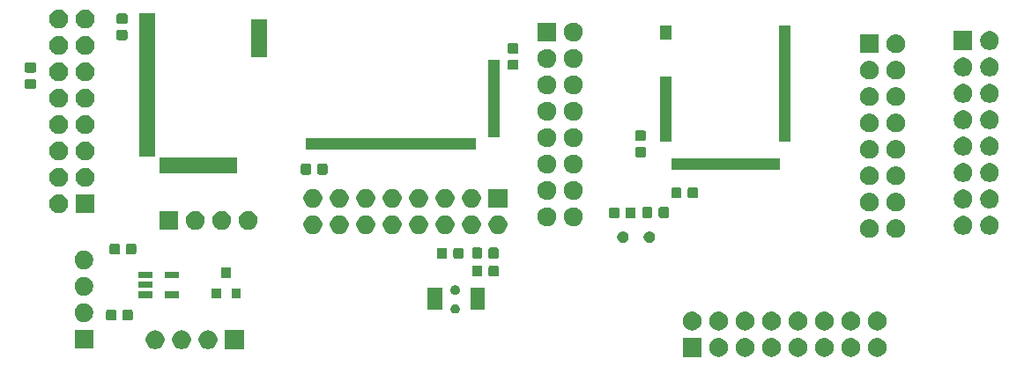
<source format=gbr>
G04 #@! TF.GenerationSoftware,KiCad,Pcbnew,(5.1.5)-3*
G04 #@! TF.CreationDate,2021-02-19T06:08:40+08:00*
G04 #@! TF.ProjectId,SMD810x_breakout,534d4438-3130-4785-9f62-7265616b6f75,rev?*
G04 #@! TF.SameCoordinates,Original*
G04 #@! TF.FileFunction,Soldermask,Top*
G04 #@! TF.FilePolarity,Negative*
%FSLAX46Y46*%
G04 Gerber Fmt 4.6, Leading zero omitted, Abs format (unit mm)*
G04 Created by KiCad (PCBNEW (5.1.5)-3) date 2021-02-19 06:08:40*
%MOMM*%
%LPD*%
G04 APERTURE LIST*
%ADD10C,0.100000*%
G04 APERTURE END LIST*
D10*
G36*
X180773512Y-96393927D02*
G01*
X180922812Y-96423624D01*
X181086784Y-96491544D01*
X181234354Y-96590147D01*
X181359853Y-96715646D01*
X181458456Y-96863216D01*
X181526376Y-97027188D01*
X181561000Y-97201259D01*
X181561000Y-97378741D01*
X181526376Y-97552812D01*
X181458456Y-97716784D01*
X181359853Y-97864354D01*
X181234354Y-97989853D01*
X181086784Y-98088456D01*
X180922812Y-98156376D01*
X180773512Y-98186073D01*
X180748742Y-98191000D01*
X180571258Y-98191000D01*
X180546488Y-98186073D01*
X180397188Y-98156376D01*
X180233216Y-98088456D01*
X180085646Y-97989853D01*
X179960147Y-97864354D01*
X179861544Y-97716784D01*
X179793624Y-97552812D01*
X179759000Y-97378741D01*
X179759000Y-97201259D01*
X179793624Y-97027188D01*
X179861544Y-96863216D01*
X179960147Y-96715646D01*
X180085646Y-96590147D01*
X180233216Y-96491544D01*
X180397188Y-96423624D01*
X180546488Y-96393927D01*
X180571258Y-96389000D01*
X180748742Y-96389000D01*
X180773512Y-96393927D01*
G37*
G36*
X178233512Y-96393927D02*
G01*
X178382812Y-96423624D01*
X178546784Y-96491544D01*
X178694354Y-96590147D01*
X178819853Y-96715646D01*
X178918456Y-96863216D01*
X178986376Y-97027188D01*
X179021000Y-97201259D01*
X179021000Y-97378741D01*
X178986376Y-97552812D01*
X178918456Y-97716784D01*
X178819853Y-97864354D01*
X178694354Y-97989853D01*
X178546784Y-98088456D01*
X178382812Y-98156376D01*
X178233512Y-98186073D01*
X178208742Y-98191000D01*
X178031258Y-98191000D01*
X178006488Y-98186073D01*
X177857188Y-98156376D01*
X177693216Y-98088456D01*
X177545646Y-97989853D01*
X177420147Y-97864354D01*
X177321544Y-97716784D01*
X177253624Y-97552812D01*
X177219000Y-97378741D01*
X177219000Y-97201259D01*
X177253624Y-97027188D01*
X177321544Y-96863216D01*
X177420147Y-96715646D01*
X177545646Y-96590147D01*
X177693216Y-96491544D01*
X177857188Y-96423624D01*
X178006488Y-96393927D01*
X178031258Y-96389000D01*
X178208742Y-96389000D01*
X178233512Y-96393927D01*
G37*
G36*
X175693512Y-96393927D02*
G01*
X175842812Y-96423624D01*
X176006784Y-96491544D01*
X176154354Y-96590147D01*
X176279853Y-96715646D01*
X176378456Y-96863216D01*
X176446376Y-97027188D01*
X176481000Y-97201259D01*
X176481000Y-97378741D01*
X176446376Y-97552812D01*
X176378456Y-97716784D01*
X176279853Y-97864354D01*
X176154354Y-97989853D01*
X176006784Y-98088456D01*
X175842812Y-98156376D01*
X175693512Y-98186073D01*
X175668742Y-98191000D01*
X175491258Y-98191000D01*
X175466488Y-98186073D01*
X175317188Y-98156376D01*
X175153216Y-98088456D01*
X175005646Y-97989853D01*
X174880147Y-97864354D01*
X174781544Y-97716784D01*
X174713624Y-97552812D01*
X174679000Y-97378741D01*
X174679000Y-97201259D01*
X174713624Y-97027188D01*
X174781544Y-96863216D01*
X174880147Y-96715646D01*
X175005646Y-96590147D01*
X175153216Y-96491544D01*
X175317188Y-96423624D01*
X175466488Y-96393927D01*
X175491258Y-96389000D01*
X175668742Y-96389000D01*
X175693512Y-96393927D01*
G37*
G36*
X173153512Y-96393927D02*
G01*
X173302812Y-96423624D01*
X173466784Y-96491544D01*
X173614354Y-96590147D01*
X173739853Y-96715646D01*
X173838456Y-96863216D01*
X173906376Y-97027188D01*
X173941000Y-97201259D01*
X173941000Y-97378741D01*
X173906376Y-97552812D01*
X173838456Y-97716784D01*
X173739853Y-97864354D01*
X173614354Y-97989853D01*
X173466784Y-98088456D01*
X173302812Y-98156376D01*
X173153512Y-98186073D01*
X173128742Y-98191000D01*
X172951258Y-98191000D01*
X172926488Y-98186073D01*
X172777188Y-98156376D01*
X172613216Y-98088456D01*
X172465646Y-97989853D01*
X172340147Y-97864354D01*
X172241544Y-97716784D01*
X172173624Y-97552812D01*
X172139000Y-97378741D01*
X172139000Y-97201259D01*
X172173624Y-97027188D01*
X172241544Y-96863216D01*
X172340147Y-96715646D01*
X172465646Y-96590147D01*
X172613216Y-96491544D01*
X172777188Y-96423624D01*
X172926488Y-96393927D01*
X172951258Y-96389000D01*
X173128742Y-96389000D01*
X173153512Y-96393927D01*
G37*
G36*
X170613512Y-96393927D02*
G01*
X170762812Y-96423624D01*
X170926784Y-96491544D01*
X171074354Y-96590147D01*
X171199853Y-96715646D01*
X171298456Y-96863216D01*
X171366376Y-97027188D01*
X171401000Y-97201259D01*
X171401000Y-97378741D01*
X171366376Y-97552812D01*
X171298456Y-97716784D01*
X171199853Y-97864354D01*
X171074354Y-97989853D01*
X170926784Y-98088456D01*
X170762812Y-98156376D01*
X170613512Y-98186073D01*
X170588742Y-98191000D01*
X170411258Y-98191000D01*
X170386488Y-98186073D01*
X170237188Y-98156376D01*
X170073216Y-98088456D01*
X169925646Y-97989853D01*
X169800147Y-97864354D01*
X169701544Y-97716784D01*
X169633624Y-97552812D01*
X169599000Y-97378741D01*
X169599000Y-97201259D01*
X169633624Y-97027188D01*
X169701544Y-96863216D01*
X169800147Y-96715646D01*
X169925646Y-96590147D01*
X170073216Y-96491544D01*
X170237188Y-96423624D01*
X170386488Y-96393927D01*
X170411258Y-96389000D01*
X170588742Y-96389000D01*
X170613512Y-96393927D01*
G37*
G36*
X165533512Y-96393927D02*
G01*
X165682812Y-96423624D01*
X165846784Y-96491544D01*
X165994354Y-96590147D01*
X166119853Y-96715646D01*
X166218456Y-96863216D01*
X166286376Y-97027188D01*
X166321000Y-97201259D01*
X166321000Y-97378741D01*
X166286376Y-97552812D01*
X166218456Y-97716784D01*
X166119853Y-97864354D01*
X165994354Y-97989853D01*
X165846784Y-98088456D01*
X165682812Y-98156376D01*
X165533512Y-98186073D01*
X165508742Y-98191000D01*
X165331258Y-98191000D01*
X165306488Y-98186073D01*
X165157188Y-98156376D01*
X164993216Y-98088456D01*
X164845646Y-97989853D01*
X164720147Y-97864354D01*
X164621544Y-97716784D01*
X164553624Y-97552812D01*
X164519000Y-97378741D01*
X164519000Y-97201259D01*
X164553624Y-97027188D01*
X164621544Y-96863216D01*
X164720147Y-96715646D01*
X164845646Y-96590147D01*
X164993216Y-96491544D01*
X165157188Y-96423624D01*
X165306488Y-96393927D01*
X165331258Y-96389000D01*
X165508742Y-96389000D01*
X165533512Y-96393927D01*
G37*
G36*
X168073512Y-96393927D02*
G01*
X168222812Y-96423624D01*
X168386784Y-96491544D01*
X168534354Y-96590147D01*
X168659853Y-96715646D01*
X168758456Y-96863216D01*
X168826376Y-97027188D01*
X168861000Y-97201259D01*
X168861000Y-97378741D01*
X168826376Y-97552812D01*
X168758456Y-97716784D01*
X168659853Y-97864354D01*
X168534354Y-97989853D01*
X168386784Y-98088456D01*
X168222812Y-98156376D01*
X168073512Y-98186073D01*
X168048742Y-98191000D01*
X167871258Y-98191000D01*
X167846488Y-98186073D01*
X167697188Y-98156376D01*
X167533216Y-98088456D01*
X167385646Y-97989853D01*
X167260147Y-97864354D01*
X167161544Y-97716784D01*
X167093624Y-97552812D01*
X167059000Y-97378741D01*
X167059000Y-97201259D01*
X167093624Y-97027188D01*
X167161544Y-96863216D01*
X167260147Y-96715646D01*
X167385646Y-96590147D01*
X167533216Y-96491544D01*
X167697188Y-96423624D01*
X167846488Y-96393927D01*
X167871258Y-96389000D01*
X168048742Y-96389000D01*
X168073512Y-96393927D01*
G37*
G36*
X163781000Y-98191000D02*
G01*
X161979000Y-98191000D01*
X161979000Y-96389000D01*
X163781000Y-96389000D01*
X163781000Y-98191000D01*
G37*
G36*
X119801000Y-97451000D02*
G01*
X117999000Y-97451000D01*
X117999000Y-95649000D01*
X119801000Y-95649000D01*
X119801000Y-97451000D01*
G37*
G36*
X111393512Y-95653927D02*
G01*
X111542812Y-95683624D01*
X111706784Y-95751544D01*
X111854354Y-95850147D01*
X111979853Y-95975646D01*
X112078456Y-96123216D01*
X112146376Y-96287188D01*
X112181000Y-96461259D01*
X112181000Y-96638741D01*
X112146376Y-96812812D01*
X112078456Y-96976784D01*
X111979853Y-97124354D01*
X111854354Y-97249853D01*
X111706784Y-97348456D01*
X111542812Y-97416376D01*
X111393512Y-97446073D01*
X111368742Y-97451000D01*
X111191258Y-97451000D01*
X111166488Y-97446073D01*
X111017188Y-97416376D01*
X110853216Y-97348456D01*
X110705646Y-97249853D01*
X110580147Y-97124354D01*
X110481544Y-96976784D01*
X110413624Y-96812812D01*
X110379000Y-96638741D01*
X110379000Y-96461259D01*
X110413624Y-96287188D01*
X110481544Y-96123216D01*
X110580147Y-95975646D01*
X110705646Y-95850147D01*
X110853216Y-95751544D01*
X111017188Y-95683624D01*
X111166488Y-95653927D01*
X111191258Y-95649000D01*
X111368742Y-95649000D01*
X111393512Y-95653927D01*
G37*
G36*
X113933512Y-95653927D02*
G01*
X114082812Y-95683624D01*
X114246784Y-95751544D01*
X114394354Y-95850147D01*
X114519853Y-95975646D01*
X114618456Y-96123216D01*
X114686376Y-96287188D01*
X114721000Y-96461259D01*
X114721000Y-96638741D01*
X114686376Y-96812812D01*
X114618456Y-96976784D01*
X114519853Y-97124354D01*
X114394354Y-97249853D01*
X114246784Y-97348456D01*
X114082812Y-97416376D01*
X113933512Y-97446073D01*
X113908742Y-97451000D01*
X113731258Y-97451000D01*
X113706488Y-97446073D01*
X113557188Y-97416376D01*
X113393216Y-97348456D01*
X113245646Y-97249853D01*
X113120147Y-97124354D01*
X113021544Y-96976784D01*
X112953624Y-96812812D01*
X112919000Y-96638741D01*
X112919000Y-96461259D01*
X112953624Y-96287188D01*
X113021544Y-96123216D01*
X113120147Y-95975646D01*
X113245646Y-95850147D01*
X113393216Y-95751544D01*
X113557188Y-95683624D01*
X113706488Y-95653927D01*
X113731258Y-95649000D01*
X113908742Y-95649000D01*
X113933512Y-95653927D01*
G37*
G36*
X116473512Y-95653927D02*
G01*
X116622812Y-95683624D01*
X116786784Y-95751544D01*
X116934354Y-95850147D01*
X117059853Y-95975646D01*
X117158456Y-96123216D01*
X117226376Y-96287188D01*
X117261000Y-96461259D01*
X117261000Y-96638741D01*
X117226376Y-96812812D01*
X117158456Y-96976784D01*
X117059853Y-97124354D01*
X116934354Y-97249853D01*
X116786784Y-97348456D01*
X116622812Y-97416376D01*
X116473512Y-97446073D01*
X116448742Y-97451000D01*
X116271258Y-97451000D01*
X116246488Y-97446073D01*
X116097188Y-97416376D01*
X115933216Y-97348456D01*
X115785646Y-97249853D01*
X115660147Y-97124354D01*
X115561544Y-96976784D01*
X115493624Y-96812812D01*
X115459000Y-96638741D01*
X115459000Y-96461259D01*
X115493624Y-96287188D01*
X115561544Y-96123216D01*
X115660147Y-95975646D01*
X115785646Y-95850147D01*
X115933216Y-95751544D01*
X116097188Y-95683624D01*
X116246488Y-95653927D01*
X116271258Y-95649000D01*
X116448742Y-95649000D01*
X116473512Y-95653927D01*
G37*
G36*
X105341000Y-97381000D02*
G01*
X103539000Y-97381000D01*
X103539000Y-95579000D01*
X105341000Y-95579000D01*
X105341000Y-97381000D01*
G37*
G36*
X165532868Y-93853799D02*
G01*
X165682812Y-93883624D01*
X165846784Y-93951544D01*
X165994354Y-94050147D01*
X166119853Y-94175646D01*
X166218456Y-94323216D01*
X166286376Y-94487188D01*
X166321000Y-94661259D01*
X166321000Y-94838741D01*
X166286376Y-95012812D01*
X166218456Y-95176784D01*
X166119853Y-95324354D01*
X165994354Y-95449853D01*
X165846784Y-95548456D01*
X165682812Y-95616376D01*
X165533512Y-95646073D01*
X165508742Y-95651000D01*
X165331258Y-95651000D01*
X165306488Y-95646073D01*
X165157188Y-95616376D01*
X164993216Y-95548456D01*
X164845646Y-95449853D01*
X164720147Y-95324354D01*
X164621544Y-95176784D01*
X164553624Y-95012812D01*
X164519000Y-94838741D01*
X164519000Y-94661259D01*
X164553624Y-94487188D01*
X164621544Y-94323216D01*
X164720147Y-94175646D01*
X164845646Y-94050147D01*
X164993216Y-93951544D01*
X165157188Y-93883624D01*
X165307132Y-93853799D01*
X165331258Y-93849000D01*
X165508742Y-93849000D01*
X165532868Y-93853799D01*
G37*
G36*
X180772868Y-93853799D02*
G01*
X180922812Y-93883624D01*
X181086784Y-93951544D01*
X181234354Y-94050147D01*
X181359853Y-94175646D01*
X181458456Y-94323216D01*
X181526376Y-94487188D01*
X181561000Y-94661259D01*
X181561000Y-94838741D01*
X181526376Y-95012812D01*
X181458456Y-95176784D01*
X181359853Y-95324354D01*
X181234354Y-95449853D01*
X181086784Y-95548456D01*
X180922812Y-95616376D01*
X180773512Y-95646073D01*
X180748742Y-95651000D01*
X180571258Y-95651000D01*
X180546488Y-95646073D01*
X180397188Y-95616376D01*
X180233216Y-95548456D01*
X180085646Y-95449853D01*
X179960147Y-95324354D01*
X179861544Y-95176784D01*
X179793624Y-95012812D01*
X179759000Y-94838741D01*
X179759000Y-94661259D01*
X179793624Y-94487188D01*
X179861544Y-94323216D01*
X179960147Y-94175646D01*
X180085646Y-94050147D01*
X180233216Y-93951544D01*
X180397188Y-93883624D01*
X180547132Y-93853799D01*
X180571258Y-93849000D01*
X180748742Y-93849000D01*
X180772868Y-93853799D01*
G37*
G36*
X178232868Y-93853799D02*
G01*
X178382812Y-93883624D01*
X178546784Y-93951544D01*
X178694354Y-94050147D01*
X178819853Y-94175646D01*
X178918456Y-94323216D01*
X178986376Y-94487188D01*
X179021000Y-94661259D01*
X179021000Y-94838741D01*
X178986376Y-95012812D01*
X178918456Y-95176784D01*
X178819853Y-95324354D01*
X178694354Y-95449853D01*
X178546784Y-95548456D01*
X178382812Y-95616376D01*
X178233512Y-95646073D01*
X178208742Y-95651000D01*
X178031258Y-95651000D01*
X178006488Y-95646073D01*
X177857188Y-95616376D01*
X177693216Y-95548456D01*
X177545646Y-95449853D01*
X177420147Y-95324354D01*
X177321544Y-95176784D01*
X177253624Y-95012812D01*
X177219000Y-94838741D01*
X177219000Y-94661259D01*
X177253624Y-94487188D01*
X177321544Y-94323216D01*
X177420147Y-94175646D01*
X177545646Y-94050147D01*
X177693216Y-93951544D01*
X177857188Y-93883624D01*
X178007132Y-93853799D01*
X178031258Y-93849000D01*
X178208742Y-93849000D01*
X178232868Y-93853799D01*
G37*
G36*
X175692868Y-93853799D02*
G01*
X175842812Y-93883624D01*
X176006784Y-93951544D01*
X176154354Y-94050147D01*
X176279853Y-94175646D01*
X176378456Y-94323216D01*
X176446376Y-94487188D01*
X176481000Y-94661259D01*
X176481000Y-94838741D01*
X176446376Y-95012812D01*
X176378456Y-95176784D01*
X176279853Y-95324354D01*
X176154354Y-95449853D01*
X176006784Y-95548456D01*
X175842812Y-95616376D01*
X175693512Y-95646073D01*
X175668742Y-95651000D01*
X175491258Y-95651000D01*
X175466488Y-95646073D01*
X175317188Y-95616376D01*
X175153216Y-95548456D01*
X175005646Y-95449853D01*
X174880147Y-95324354D01*
X174781544Y-95176784D01*
X174713624Y-95012812D01*
X174679000Y-94838741D01*
X174679000Y-94661259D01*
X174713624Y-94487188D01*
X174781544Y-94323216D01*
X174880147Y-94175646D01*
X175005646Y-94050147D01*
X175153216Y-93951544D01*
X175317188Y-93883624D01*
X175467132Y-93853799D01*
X175491258Y-93849000D01*
X175668742Y-93849000D01*
X175692868Y-93853799D01*
G37*
G36*
X173152868Y-93853799D02*
G01*
X173302812Y-93883624D01*
X173466784Y-93951544D01*
X173614354Y-94050147D01*
X173739853Y-94175646D01*
X173838456Y-94323216D01*
X173906376Y-94487188D01*
X173941000Y-94661259D01*
X173941000Y-94838741D01*
X173906376Y-95012812D01*
X173838456Y-95176784D01*
X173739853Y-95324354D01*
X173614354Y-95449853D01*
X173466784Y-95548456D01*
X173302812Y-95616376D01*
X173153512Y-95646073D01*
X173128742Y-95651000D01*
X172951258Y-95651000D01*
X172926488Y-95646073D01*
X172777188Y-95616376D01*
X172613216Y-95548456D01*
X172465646Y-95449853D01*
X172340147Y-95324354D01*
X172241544Y-95176784D01*
X172173624Y-95012812D01*
X172139000Y-94838741D01*
X172139000Y-94661259D01*
X172173624Y-94487188D01*
X172241544Y-94323216D01*
X172340147Y-94175646D01*
X172465646Y-94050147D01*
X172613216Y-93951544D01*
X172777188Y-93883624D01*
X172927132Y-93853799D01*
X172951258Y-93849000D01*
X173128742Y-93849000D01*
X173152868Y-93853799D01*
G37*
G36*
X170612868Y-93853799D02*
G01*
X170762812Y-93883624D01*
X170926784Y-93951544D01*
X171074354Y-94050147D01*
X171199853Y-94175646D01*
X171298456Y-94323216D01*
X171366376Y-94487188D01*
X171401000Y-94661259D01*
X171401000Y-94838741D01*
X171366376Y-95012812D01*
X171298456Y-95176784D01*
X171199853Y-95324354D01*
X171074354Y-95449853D01*
X170926784Y-95548456D01*
X170762812Y-95616376D01*
X170613512Y-95646073D01*
X170588742Y-95651000D01*
X170411258Y-95651000D01*
X170386488Y-95646073D01*
X170237188Y-95616376D01*
X170073216Y-95548456D01*
X169925646Y-95449853D01*
X169800147Y-95324354D01*
X169701544Y-95176784D01*
X169633624Y-95012812D01*
X169599000Y-94838741D01*
X169599000Y-94661259D01*
X169633624Y-94487188D01*
X169701544Y-94323216D01*
X169800147Y-94175646D01*
X169925646Y-94050147D01*
X170073216Y-93951544D01*
X170237188Y-93883624D01*
X170387132Y-93853799D01*
X170411258Y-93849000D01*
X170588742Y-93849000D01*
X170612868Y-93853799D01*
G37*
G36*
X168072868Y-93853799D02*
G01*
X168222812Y-93883624D01*
X168386784Y-93951544D01*
X168534354Y-94050147D01*
X168659853Y-94175646D01*
X168758456Y-94323216D01*
X168826376Y-94487188D01*
X168861000Y-94661259D01*
X168861000Y-94838741D01*
X168826376Y-95012812D01*
X168758456Y-95176784D01*
X168659853Y-95324354D01*
X168534354Y-95449853D01*
X168386784Y-95548456D01*
X168222812Y-95616376D01*
X168073512Y-95646073D01*
X168048742Y-95651000D01*
X167871258Y-95651000D01*
X167846488Y-95646073D01*
X167697188Y-95616376D01*
X167533216Y-95548456D01*
X167385646Y-95449853D01*
X167260147Y-95324354D01*
X167161544Y-95176784D01*
X167093624Y-95012812D01*
X167059000Y-94838741D01*
X167059000Y-94661259D01*
X167093624Y-94487188D01*
X167161544Y-94323216D01*
X167260147Y-94175646D01*
X167385646Y-94050147D01*
X167533216Y-93951544D01*
X167697188Y-93883624D01*
X167847132Y-93853799D01*
X167871258Y-93849000D01*
X168048742Y-93849000D01*
X168072868Y-93853799D01*
G37*
G36*
X162992868Y-93853799D02*
G01*
X163142812Y-93883624D01*
X163306784Y-93951544D01*
X163454354Y-94050147D01*
X163579853Y-94175646D01*
X163678456Y-94323216D01*
X163746376Y-94487188D01*
X163781000Y-94661259D01*
X163781000Y-94838741D01*
X163746376Y-95012812D01*
X163678456Y-95176784D01*
X163579853Y-95324354D01*
X163454354Y-95449853D01*
X163306784Y-95548456D01*
X163142812Y-95616376D01*
X162993512Y-95646073D01*
X162968742Y-95651000D01*
X162791258Y-95651000D01*
X162766488Y-95646073D01*
X162617188Y-95616376D01*
X162453216Y-95548456D01*
X162305646Y-95449853D01*
X162180147Y-95324354D01*
X162081544Y-95176784D01*
X162013624Y-95012812D01*
X161979000Y-94838741D01*
X161979000Y-94661259D01*
X162013624Y-94487188D01*
X162081544Y-94323216D01*
X162180147Y-94175646D01*
X162305646Y-94050147D01*
X162453216Y-93951544D01*
X162617188Y-93883624D01*
X162767132Y-93853799D01*
X162791258Y-93849000D01*
X162968742Y-93849000D01*
X162992868Y-93853799D01*
G37*
G36*
X104553512Y-93043927D02*
G01*
X104702812Y-93073624D01*
X104866784Y-93141544D01*
X105014354Y-93240147D01*
X105139853Y-93365646D01*
X105238456Y-93513216D01*
X105306376Y-93677188D01*
X105341000Y-93851259D01*
X105341000Y-94028741D01*
X105306376Y-94202812D01*
X105238456Y-94366784D01*
X105139853Y-94514354D01*
X105014354Y-94639853D01*
X104866784Y-94738456D01*
X104702812Y-94806376D01*
X104553512Y-94836073D01*
X104528742Y-94841000D01*
X104351258Y-94841000D01*
X104326488Y-94836073D01*
X104177188Y-94806376D01*
X104013216Y-94738456D01*
X103865646Y-94639853D01*
X103740147Y-94514354D01*
X103641544Y-94366784D01*
X103573624Y-94202812D01*
X103539000Y-94028741D01*
X103539000Y-93851259D01*
X103573624Y-93677188D01*
X103641544Y-93513216D01*
X103740147Y-93365646D01*
X103865646Y-93240147D01*
X104013216Y-93141544D01*
X104177188Y-93073624D01*
X104326488Y-93043927D01*
X104351258Y-93039000D01*
X104528742Y-93039000D01*
X104553512Y-93043927D01*
G37*
G36*
X107402991Y-93661285D02*
G01*
X107436969Y-93671593D01*
X107468290Y-93688334D01*
X107495739Y-93710861D01*
X107518266Y-93738310D01*
X107535007Y-93769631D01*
X107545315Y-93803609D01*
X107549400Y-93845090D01*
X107549400Y-94521310D01*
X107545315Y-94562791D01*
X107535007Y-94596769D01*
X107518266Y-94628090D01*
X107495739Y-94655539D01*
X107468290Y-94678066D01*
X107436969Y-94694807D01*
X107402991Y-94705115D01*
X107361510Y-94709200D01*
X106760290Y-94709200D01*
X106718809Y-94705115D01*
X106684831Y-94694807D01*
X106653510Y-94678066D01*
X106626061Y-94655539D01*
X106603534Y-94628090D01*
X106586793Y-94596769D01*
X106576485Y-94562791D01*
X106572400Y-94521310D01*
X106572400Y-93845090D01*
X106576485Y-93803609D01*
X106586793Y-93769631D01*
X106603534Y-93738310D01*
X106626061Y-93710861D01*
X106653510Y-93688334D01*
X106684831Y-93671593D01*
X106718809Y-93661285D01*
X106760290Y-93657200D01*
X107361510Y-93657200D01*
X107402991Y-93661285D01*
G37*
G36*
X108977991Y-93661285D02*
G01*
X109011969Y-93671593D01*
X109043290Y-93688334D01*
X109070739Y-93710861D01*
X109093266Y-93738310D01*
X109110007Y-93769631D01*
X109120315Y-93803609D01*
X109124400Y-93845090D01*
X109124400Y-94521310D01*
X109120315Y-94562791D01*
X109110007Y-94596769D01*
X109093266Y-94628090D01*
X109070739Y-94655539D01*
X109043290Y-94678066D01*
X109011969Y-94694807D01*
X108977991Y-94705115D01*
X108936510Y-94709200D01*
X108335290Y-94709200D01*
X108293809Y-94705115D01*
X108259831Y-94694807D01*
X108228510Y-94678066D01*
X108201061Y-94655539D01*
X108178534Y-94628090D01*
X108161793Y-94596769D01*
X108151485Y-94562791D01*
X108147400Y-94521310D01*
X108147400Y-93845090D01*
X108151485Y-93803609D01*
X108161793Y-93769631D01*
X108178534Y-93738310D01*
X108201061Y-93710861D01*
X108228510Y-93688334D01*
X108259831Y-93671593D01*
X108293809Y-93661285D01*
X108335290Y-93657200D01*
X108936510Y-93657200D01*
X108977991Y-93661285D01*
G37*
G36*
X140241552Y-93150331D02*
G01*
X140323627Y-93184328D01*
X140323629Y-93184329D01*
X140360813Y-93209175D01*
X140397495Y-93233685D01*
X140460315Y-93296505D01*
X140509672Y-93370373D01*
X140543669Y-93452448D01*
X140561000Y-93539579D01*
X140561000Y-93628421D01*
X140543669Y-93715552D01*
X140522875Y-93765752D01*
X140509671Y-93797629D01*
X140460314Y-93871496D01*
X140397496Y-93934314D01*
X140323629Y-93983671D01*
X140323628Y-93983672D01*
X140323627Y-93983672D01*
X140241552Y-94017669D01*
X140154421Y-94035000D01*
X140065579Y-94035000D01*
X139978448Y-94017669D01*
X139896373Y-93983672D01*
X139896372Y-93983672D01*
X139896371Y-93983671D01*
X139822504Y-93934314D01*
X139759686Y-93871496D01*
X139710329Y-93797629D01*
X139697125Y-93765752D01*
X139676331Y-93715552D01*
X139659000Y-93628421D01*
X139659000Y-93539579D01*
X139676331Y-93452448D01*
X139710328Y-93370373D01*
X139759685Y-93296505D01*
X139822505Y-93233685D01*
X139859187Y-93209175D01*
X139896371Y-93184329D01*
X139896373Y-93184328D01*
X139978448Y-93150331D01*
X140065579Y-93133000D01*
X140154421Y-93133000D01*
X140241552Y-93150331D01*
G37*
G36*
X138881000Y-93641000D02*
G01*
X137479000Y-93641000D01*
X137479000Y-91539000D01*
X138881000Y-91539000D01*
X138881000Y-93641000D01*
G37*
G36*
X142981000Y-93641000D02*
G01*
X141579000Y-93641000D01*
X141579000Y-91539000D01*
X142981000Y-91539000D01*
X142981000Y-93641000D01*
G37*
G36*
X117611000Y-92601000D02*
G01*
X116709000Y-92601000D01*
X116709000Y-91599000D01*
X117611000Y-91599000D01*
X117611000Y-92601000D01*
G37*
G36*
X119511000Y-92601000D02*
G01*
X118609000Y-92601000D01*
X118609000Y-91599000D01*
X119511000Y-91599000D01*
X119511000Y-92601000D01*
G37*
G36*
X113566000Y-92521000D02*
G01*
X112194000Y-92521000D01*
X112194000Y-91919000D01*
X113566000Y-91919000D01*
X113566000Y-92521000D01*
G37*
G36*
X111026000Y-92521000D02*
G01*
X109654000Y-92521000D01*
X109654000Y-91919000D01*
X111026000Y-91919000D01*
X111026000Y-92521000D01*
G37*
G36*
X104553512Y-90503927D02*
G01*
X104702812Y-90533624D01*
X104866784Y-90601544D01*
X105014354Y-90700147D01*
X105139853Y-90825646D01*
X105238456Y-90973216D01*
X105306376Y-91137188D01*
X105341000Y-91311259D01*
X105341000Y-91488741D01*
X105306376Y-91662812D01*
X105238456Y-91826784D01*
X105139853Y-91974354D01*
X105014354Y-92099853D01*
X104866784Y-92198456D01*
X104702812Y-92266376D01*
X104553512Y-92296073D01*
X104528742Y-92301000D01*
X104351258Y-92301000D01*
X104326488Y-92296073D01*
X104177188Y-92266376D01*
X104013216Y-92198456D01*
X103865646Y-92099853D01*
X103740147Y-91974354D01*
X103641544Y-91826784D01*
X103573624Y-91662812D01*
X103539000Y-91488741D01*
X103539000Y-91311259D01*
X103573624Y-91137188D01*
X103641544Y-90973216D01*
X103740147Y-90825646D01*
X103865646Y-90700147D01*
X104013216Y-90601544D01*
X104177188Y-90533624D01*
X104326488Y-90503927D01*
X104351258Y-90499000D01*
X104528742Y-90499000D01*
X104553512Y-90503927D01*
G37*
G36*
X140241552Y-91326331D02*
G01*
X140323627Y-91360328D01*
X140323629Y-91360329D01*
X140360813Y-91385175D01*
X140397495Y-91409685D01*
X140460315Y-91472505D01*
X140509672Y-91546373D01*
X140543669Y-91628448D01*
X140561000Y-91715579D01*
X140561000Y-91804421D01*
X140543669Y-91891552D01*
X140509672Y-91973627D01*
X140509671Y-91973629D01*
X140460314Y-92047496D01*
X140397496Y-92110314D01*
X140323629Y-92159671D01*
X140323628Y-92159672D01*
X140323627Y-92159672D01*
X140241552Y-92193669D01*
X140154421Y-92211000D01*
X140065579Y-92211000D01*
X139978448Y-92193669D01*
X139896373Y-92159672D01*
X139896372Y-92159672D01*
X139896371Y-92159671D01*
X139822504Y-92110314D01*
X139759686Y-92047496D01*
X139710329Y-91973629D01*
X139710328Y-91973627D01*
X139676331Y-91891552D01*
X139659000Y-91804421D01*
X139659000Y-91715579D01*
X139676331Y-91628448D01*
X139710328Y-91546373D01*
X139759685Y-91472505D01*
X139822505Y-91409685D01*
X139859187Y-91385175D01*
X139896371Y-91360329D01*
X139896373Y-91360328D01*
X139978448Y-91326331D01*
X140065579Y-91309000D01*
X140154421Y-91309000D01*
X140241552Y-91326331D01*
G37*
G36*
X111026000Y-91571000D02*
G01*
X109654000Y-91571000D01*
X109654000Y-90969000D01*
X111026000Y-90969000D01*
X111026000Y-91571000D01*
G37*
G36*
X113566000Y-90621000D02*
G01*
X112194000Y-90621000D01*
X112194000Y-90019000D01*
X113566000Y-90019000D01*
X113566000Y-90621000D01*
G37*
G36*
X111026000Y-90621000D02*
G01*
X109654000Y-90621000D01*
X109654000Y-90019000D01*
X111026000Y-90019000D01*
X111026000Y-90621000D01*
G37*
G36*
X118561000Y-90601000D02*
G01*
X117659000Y-90601000D01*
X117659000Y-89599000D01*
X118561000Y-89599000D01*
X118561000Y-90601000D01*
G37*
G36*
X142574591Y-89418085D02*
G01*
X142608569Y-89428393D01*
X142639890Y-89445134D01*
X142667339Y-89467661D01*
X142689866Y-89495110D01*
X142706607Y-89526431D01*
X142716915Y-89560409D01*
X142721000Y-89601890D01*
X142721000Y-90278110D01*
X142716915Y-90319591D01*
X142706607Y-90353569D01*
X142689866Y-90384890D01*
X142667339Y-90412339D01*
X142639890Y-90434866D01*
X142608569Y-90451607D01*
X142574591Y-90461915D01*
X142533110Y-90466000D01*
X141931890Y-90466000D01*
X141890409Y-90461915D01*
X141856431Y-90451607D01*
X141825110Y-90434866D01*
X141797661Y-90412339D01*
X141775134Y-90384890D01*
X141758393Y-90353569D01*
X141748085Y-90319591D01*
X141744000Y-90278110D01*
X141744000Y-89601890D01*
X141748085Y-89560409D01*
X141758393Y-89526431D01*
X141775134Y-89495110D01*
X141797661Y-89467661D01*
X141825110Y-89445134D01*
X141856431Y-89428393D01*
X141890409Y-89418085D01*
X141931890Y-89414000D01*
X142533110Y-89414000D01*
X142574591Y-89418085D01*
G37*
G36*
X144149591Y-89418085D02*
G01*
X144183569Y-89428393D01*
X144214890Y-89445134D01*
X144242339Y-89467661D01*
X144264866Y-89495110D01*
X144281607Y-89526431D01*
X144291915Y-89560409D01*
X144296000Y-89601890D01*
X144296000Y-90278110D01*
X144291915Y-90319591D01*
X144281607Y-90353569D01*
X144264866Y-90384890D01*
X144242339Y-90412339D01*
X144214890Y-90434866D01*
X144183569Y-90451607D01*
X144149591Y-90461915D01*
X144108110Y-90466000D01*
X143506890Y-90466000D01*
X143465409Y-90461915D01*
X143431431Y-90451607D01*
X143400110Y-90434866D01*
X143372661Y-90412339D01*
X143350134Y-90384890D01*
X143333393Y-90353569D01*
X143323085Y-90319591D01*
X143319000Y-90278110D01*
X143319000Y-89601890D01*
X143323085Y-89560409D01*
X143333393Y-89526431D01*
X143350134Y-89495110D01*
X143372661Y-89467661D01*
X143400110Y-89445134D01*
X143431431Y-89428393D01*
X143465409Y-89418085D01*
X143506890Y-89414000D01*
X144108110Y-89414000D01*
X144149591Y-89418085D01*
G37*
G36*
X104553512Y-87963927D02*
G01*
X104702812Y-87993624D01*
X104866784Y-88061544D01*
X105014354Y-88160147D01*
X105139853Y-88285646D01*
X105238456Y-88433216D01*
X105306376Y-88597188D01*
X105341000Y-88771259D01*
X105341000Y-88948741D01*
X105306376Y-89122812D01*
X105238456Y-89286784D01*
X105139853Y-89434354D01*
X105014354Y-89559853D01*
X104866784Y-89658456D01*
X104702812Y-89726376D01*
X104553512Y-89756073D01*
X104528742Y-89761000D01*
X104351258Y-89761000D01*
X104326488Y-89756073D01*
X104177188Y-89726376D01*
X104013216Y-89658456D01*
X103865646Y-89559853D01*
X103740147Y-89434354D01*
X103641544Y-89286784D01*
X103573624Y-89122812D01*
X103539000Y-88948741D01*
X103539000Y-88771259D01*
X103573624Y-88597188D01*
X103641544Y-88433216D01*
X103740147Y-88285646D01*
X103865646Y-88160147D01*
X104013216Y-88061544D01*
X104177188Y-87993624D01*
X104326488Y-87963927D01*
X104351258Y-87959000D01*
X104528742Y-87959000D01*
X104553512Y-87963927D01*
G37*
G36*
X140769591Y-87708085D02*
G01*
X140803569Y-87718393D01*
X140834890Y-87735134D01*
X140862339Y-87757661D01*
X140884866Y-87785110D01*
X140901607Y-87816431D01*
X140911915Y-87850409D01*
X140916000Y-87891890D01*
X140916000Y-88568110D01*
X140911915Y-88609591D01*
X140901607Y-88643569D01*
X140884866Y-88674890D01*
X140862339Y-88702339D01*
X140834890Y-88724866D01*
X140803569Y-88741607D01*
X140769591Y-88751915D01*
X140728110Y-88756000D01*
X140126890Y-88756000D01*
X140085409Y-88751915D01*
X140051431Y-88741607D01*
X140020110Y-88724866D01*
X139992661Y-88702339D01*
X139970134Y-88674890D01*
X139953393Y-88643569D01*
X139943085Y-88609591D01*
X139939000Y-88568110D01*
X139939000Y-87891890D01*
X139943085Y-87850409D01*
X139953393Y-87816431D01*
X139970134Y-87785110D01*
X139992661Y-87757661D01*
X140020110Y-87735134D01*
X140051431Y-87718393D01*
X140085409Y-87708085D01*
X140126890Y-87704000D01*
X140728110Y-87704000D01*
X140769591Y-87708085D01*
G37*
G36*
X139194591Y-87708085D02*
G01*
X139228569Y-87718393D01*
X139259890Y-87735134D01*
X139287339Y-87757661D01*
X139309866Y-87785110D01*
X139326607Y-87816431D01*
X139336915Y-87850409D01*
X139341000Y-87891890D01*
X139341000Y-88568110D01*
X139336915Y-88609591D01*
X139326607Y-88643569D01*
X139309866Y-88674890D01*
X139287339Y-88702339D01*
X139259890Y-88724866D01*
X139228569Y-88741607D01*
X139194591Y-88751915D01*
X139153110Y-88756000D01*
X138551890Y-88756000D01*
X138510409Y-88751915D01*
X138476431Y-88741607D01*
X138445110Y-88724866D01*
X138417661Y-88702339D01*
X138395134Y-88674890D01*
X138378393Y-88643569D01*
X138368085Y-88609591D01*
X138364000Y-88568110D01*
X138364000Y-87891890D01*
X138368085Y-87850409D01*
X138378393Y-87816431D01*
X138395134Y-87785110D01*
X138417661Y-87757661D01*
X138445110Y-87735134D01*
X138476431Y-87718393D01*
X138510409Y-87708085D01*
X138551890Y-87704000D01*
X139153110Y-87704000D01*
X139194591Y-87708085D01*
G37*
G36*
X142554591Y-87688085D02*
G01*
X142588569Y-87698393D01*
X142619890Y-87715134D01*
X142647339Y-87737661D01*
X142669866Y-87765110D01*
X142686607Y-87796431D01*
X142696915Y-87830409D01*
X142701000Y-87871890D01*
X142701000Y-88548110D01*
X142696915Y-88589591D01*
X142686607Y-88623569D01*
X142669866Y-88654890D01*
X142647339Y-88682339D01*
X142619890Y-88704866D01*
X142588569Y-88721607D01*
X142554591Y-88731915D01*
X142513110Y-88736000D01*
X141911890Y-88736000D01*
X141870409Y-88731915D01*
X141836431Y-88721607D01*
X141805110Y-88704866D01*
X141777661Y-88682339D01*
X141755134Y-88654890D01*
X141738393Y-88623569D01*
X141728085Y-88589591D01*
X141724000Y-88548110D01*
X141724000Y-87871890D01*
X141728085Y-87830409D01*
X141738393Y-87796431D01*
X141755134Y-87765110D01*
X141777661Y-87737661D01*
X141805110Y-87715134D01*
X141836431Y-87698393D01*
X141870409Y-87688085D01*
X141911890Y-87684000D01*
X142513110Y-87684000D01*
X142554591Y-87688085D01*
G37*
G36*
X144129591Y-87688085D02*
G01*
X144163569Y-87698393D01*
X144194890Y-87715134D01*
X144222339Y-87737661D01*
X144244866Y-87765110D01*
X144261607Y-87796431D01*
X144271915Y-87830409D01*
X144276000Y-87871890D01*
X144276000Y-88548110D01*
X144271915Y-88589591D01*
X144261607Y-88623569D01*
X144244866Y-88654890D01*
X144222339Y-88682339D01*
X144194890Y-88704866D01*
X144163569Y-88721607D01*
X144129591Y-88731915D01*
X144088110Y-88736000D01*
X143486890Y-88736000D01*
X143445409Y-88731915D01*
X143411431Y-88721607D01*
X143380110Y-88704866D01*
X143352661Y-88682339D01*
X143330134Y-88654890D01*
X143313393Y-88623569D01*
X143303085Y-88589591D01*
X143299000Y-88548110D01*
X143299000Y-87871890D01*
X143303085Y-87830409D01*
X143313393Y-87796431D01*
X143330134Y-87765110D01*
X143352661Y-87737661D01*
X143380110Y-87715134D01*
X143411431Y-87698393D01*
X143445409Y-87688085D01*
X143486890Y-87684000D01*
X144088110Y-87684000D01*
X144129591Y-87688085D01*
G37*
G36*
X107744591Y-87298085D02*
G01*
X107778569Y-87308393D01*
X107809890Y-87325134D01*
X107837339Y-87347661D01*
X107859866Y-87375110D01*
X107876607Y-87406431D01*
X107886915Y-87440409D01*
X107891000Y-87481890D01*
X107891000Y-88158110D01*
X107886915Y-88199591D01*
X107876607Y-88233569D01*
X107859866Y-88264890D01*
X107837339Y-88292339D01*
X107809890Y-88314866D01*
X107778569Y-88331607D01*
X107744591Y-88341915D01*
X107703110Y-88346000D01*
X107101890Y-88346000D01*
X107060409Y-88341915D01*
X107026431Y-88331607D01*
X106995110Y-88314866D01*
X106967661Y-88292339D01*
X106945134Y-88264890D01*
X106928393Y-88233569D01*
X106918085Y-88199591D01*
X106914000Y-88158110D01*
X106914000Y-87481890D01*
X106918085Y-87440409D01*
X106928393Y-87406431D01*
X106945134Y-87375110D01*
X106967661Y-87347661D01*
X106995110Y-87325134D01*
X107026431Y-87308393D01*
X107060409Y-87298085D01*
X107101890Y-87294000D01*
X107703110Y-87294000D01*
X107744591Y-87298085D01*
G37*
G36*
X109319591Y-87298085D02*
G01*
X109353569Y-87308393D01*
X109384890Y-87325134D01*
X109412339Y-87347661D01*
X109434866Y-87375110D01*
X109451607Y-87406431D01*
X109461915Y-87440409D01*
X109466000Y-87481890D01*
X109466000Y-88158110D01*
X109461915Y-88199591D01*
X109451607Y-88233569D01*
X109434866Y-88264890D01*
X109412339Y-88292339D01*
X109384890Y-88314866D01*
X109353569Y-88331607D01*
X109319591Y-88341915D01*
X109278110Y-88346000D01*
X108676890Y-88346000D01*
X108635409Y-88341915D01*
X108601431Y-88331607D01*
X108570110Y-88314866D01*
X108542661Y-88292339D01*
X108520134Y-88264890D01*
X108503393Y-88233569D01*
X108493085Y-88199591D01*
X108489000Y-88158110D01*
X108489000Y-87481890D01*
X108493085Y-87440409D01*
X108503393Y-87406431D01*
X108520134Y-87375110D01*
X108542661Y-87347661D01*
X108570110Y-87325134D01*
X108601431Y-87308393D01*
X108635409Y-87298085D01*
X108676890Y-87294000D01*
X109278110Y-87294000D01*
X109319591Y-87298085D01*
G37*
G36*
X156400721Y-86130174D02*
G01*
X156500995Y-86171709D01*
X156513183Y-86179853D01*
X156591242Y-86232010D01*
X156667990Y-86308758D01*
X156667991Y-86308760D01*
X156728291Y-86399005D01*
X156769826Y-86499279D01*
X156791000Y-86605730D01*
X156791000Y-86714270D01*
X156769826Y-86820721D01*
X156728291Y-86920995D01*
X156728290Y-86920996D01*
X156667990Y-87011242D01*
X156591242Y-87087990D01*
X156545812Y-87118345D01*
X156500995Y-87148291D01*
X156400721Y-87189826D01*
X156294270Y-87211000D01*
X156185730Y-87211000D01*
X156079279Y-87189826D01*
X155979005Y-87148291D01*
X155934188Y-87118345D01*
X155888758Y-87087990D01*
X155812010Y-87011242D01*
X155751710Y-86920996D01*
X155751709Y-86920995D01*
X155710174Y-86820721D01*
X155689000Y-86714270D01*
X155689000Y-86605730D01*
X155710174Y-86499279D01*
X155751709Y-86399005D01*
X155812009Y-86308760D01*
X155812010Y-86308758D01*
X155888758Y-86232010D01*
X155966817Y-86179853D01*
X155979005Y-86171709D01*
X156079279Y-86130174D01*
X156185730Y-86109000D01*
X156294270Y-86109000D01*
X156400721Y-86130174D01*
G37*
G36*
X158940721Y-86130174D02*
G01*
X159040995Y-86171709D01*
X159053183Y-86179853D01*
X159131242Y-86232010D01*
X159207990Y-86308758D01*
X159207991Y-86308760D01*
X159268291Y-86399005D01*
X159309826Y-86499279D01*
X159331000Y-86605730D01*
X159331000Y-86714270D01*
X159309826Y-86820721D01*
X159268291Y-86920995D01*
X159268290Y-86920996D01*
X159207990Y-87011242D01*
X159131242Y-87087990D01*
X159085812Y-87118345D01*
X159040995Y-87148291D01*
X158940721Y-87189826D01*
X158834270Y-87211000D01*
X158725730Y-87211000D01*
X158619279Y-87189826D01*
X158519005Y-87148291D01*
X158474188Y-87118345D01*
X158428758Y-87087990D01*
X158352010Y-87011242D01*
X158291710Y-86920996D01*
X158291709Y-86920995D01*
X158250174Y-86820721D01*
X158229000Y-86714270D01*
X158229000Y-86605730D01*
X158250174Y-86499279D01*
X158291709Y-86399005D01*
X158352009Y-86308760D01*
X158352010Y-86308758D01*
X158428758Y-86232010D01*
X158506817Y-86179853D01*
X158519005Y-86171709D01*
X158619279Y-86130174D01*
X158725730Y-86109000D01*
X158834270Y-86109000D01*
X158940721Y-86130174D01*
G37*
G36*
X182563512Y-84953927D02*
G01*
X182712812Y-84983624D01*
X182876784Y-85051544D01*
X183024354Y-85150147D01*
X183149853Y-85275646D01*
X183248456Y-85423216D01*
X183316376Y-85587188D01*
X183351000Y-85761259D01*
X183351000Y-85938741D01*
X183316376Y-86112812D01*
X183248456Y-86276784D01*
X183149853Y-86424354D01*
X183024354Y-86549853D01*
X182876784Y-86648456D01*
X182712812Y-86716376D01*
X182563512Y-86746073D01*
X182538742Y-86751000D01*
X182361258Y-86751000D01*
X182336488Y-86746073D01*
X182187188Y-86716376D01*
X182023216Y-86648456D01*
X181875646Y-86549853D01*
X181750147Y-86424354D01*
X181651544Y-86276784D01*
X181583624Y-86112812D01*
X181549000Y-85938741D01*
X181549000Y-85761259D01*
X181583624Y-85587188D01*
X181651544Y-85423216D01*
X181750147Y-85275646D01*
X181875646Y-85150147D01*
X182023216Y-85051544D01*
X182187188Y-84983624D01*
X182336488Y-84953927D01*
X182361258Y-84949000D01*
X182538742Y-84949000D01*
X182563512Y-84953927D01*
G37*
G36*
X180023512Y-84953927D02*
G01*
X180172812Y-84983624D01*
X180336784Y-85051544D01*
X180484354Y-85150147D01*
X180609853Y-85275646D01*
X180708456Y-85423216D01*
X180776376Y-85587188D01*
X180811000Y-85761259D01*
X180811000Y-85938741D01*
X180776376Y-86112812D01*
X180708456Y-86276784D01*
X180609853Y-86424354D01*
X180484354Y-86549853D01*
X180336784Y-86648456D01*
X180172812Y-86716376D01*
X180023512Y-86746073D01*
X179998742Y-86751000D01*
X179821258Y-86751000D01*
X179796488Y-86746073D01*
X179647188Y-86716376D01*
X179483216Y-86648456D01*
X179335646Y-86549853D01*
X179210147Y-86424354D01*
X179111544Y-86276784D01*
X179043624Y-86112812D01*
X179009000Y-85938741D01*
X179009000Y-85761259D01*
X179043624Y-85587188D01*
X179111544Y-85423216D01*
X179210147Y-85275646D01*
X179335646Y-85150147D01*
X179483216Y-85051544D01*
X179647188Y-84983624D01*
X179796488Y-84953927D01*
X179821258Y-84949000D01*
X179998742Y-84949000D01*
X180023512Y-84953927D01*
G37*
G36*
X189023512Y-84643927D02*
G01*
X189172812Y-84673624D01*
X189336784Y-84741544D01*
X189484354Y-84840147D01*
X189609853Y-84965646D01*
X189708456Y-85113216D01*
X189776376Y-85277188D01*
X189811000Y-85451259D01*
X189811000Y-85628741D01*
X189776376Y-85802812D01*
X189708456Y-85966784D01*
X189609853Y-86114354D01*
X189484354Y-86239853D01*
X189336784Y-86338456D01*
X189172812Y-86406376D01*
X189023512Y-86436073D01*
X188998742Y-86441000D01*
X188821258Y-86441000D01*
X188796488Y-86436073D01*
X188647188Y-86406376D01*
X188483216Y-86338456D01*
X188335646Y-86239853D01*
X188210147Y-86114354D01*
X188111544Y-85966784D01*
X188043624Y-85802812D01*
X188009000Y-85628741D01*
X188009000Y-85451259D01*
X188043624Y-85277188D01*
X188111544Y-85113216D01*
X188210147Y-84965646D01*
X188335646Y-84840147D01*
X188483216Y-84741544D01*
X188647188Y-84673624D01*
X188796488Y-84643927D01*
X188821258Y-84639000D01*
X188998742Y-84639000D01*
X189023512Y-84643927D01*
G37*
G36*
X191563512Y-84643927D02*
G01*
X191712812Y-84673624D01*
X191876784Y-84741544D01*
X192024354Y-84840147D01*
X192149853Y-84965646D01*
X192248456Y-85113216D01*
X192316376Y-85277188D01*
X192351000Y-85451259D01*
X192351000Y-85628741D01*
X192316376Y-85802812D01*
X192248456Y-85966784D01*
X192149853Y-86114354D01*
X192024354Y-86239853D01*
X191876784Y-86338456D01*
X191712812Y-86406376D01*
X191563512Y-86436073D01*
X191538742Y-86441000D01*
X191361258Y-86441000D01*
X191336488Y-86436073D01*
X191187188Y-86406376D01*
X191023216Y-86338456D01*
X190875646Y-86239853D01*
X190750147Y-86114354D01*
X190651544Y-85966784D01*
X190583624Y-85802812D01*
X190549000Y-85628741D01*
X190549000Y-85451259D01*
X190583624Y-85277188D01*
X190651544Y-85113216D01*
X190750147Y-84965646D01*
X190875646Y-84840147D01*
X191023216Y-84741544D01*
X191187188Y-84673624D01*
X191336488Y-84643927D01*
X191361258Y-84639000D01*
X191538742Y-84639000D01*
X191563512Y-84643927D01*
G37*
G36*
X129082567Y-84581750D02*
G01*
X129242812Y-84613624D01*
X129406784Y-84681544D01*
X129554354Y-84780147D01*
X129679853Y-84905646D01*
X129778456Y-85053216D01*
X129846376Y-85217188D01*
X129881000Y-85391259D01*
X129881000Y-85568741D01*
X129846376Y-85742812D01*
X129778456Y-85906784D01*
X129679853Y-86054354D01*
X129554354Y-86179853D01*
X129406784Y-86278456D01*
X129242812Y-86346376D01*
X129093512Y-86376073D01*
X129068742Y-86381000D01*
X128891258Y-86381000D01*
X128866488Y-86376073D01*
X128717188Y-86346376D01*
X128553216Y-86278456D01*
X128405646Y-86179853D01*
X128280147Y-86054354D01*
X128181544Y-85906784D01*
X128113624Y-85742812D01*
X128079000Y-85568741D01*
X128079000Y-85391259D01*
X128113624Y-85217188D01*
X128181544Y-85053216D01*
X128280147Y-84905646D01*
X128405646Y-84780147D01*
X128553216Y-84681544D01*
X128717188Y-84613624D01*
X128877433Y-84581750D01*
X128891258Y-84579000D01*
X129068742Y-84579000D01*
X129082567Y-84581750D01*
G37*
G36*
X141782567Y-84581750D02*
G01*
X141942812Y-84613624D01*
X142106784Y-84681544D01*
X142254354Y-84780147D01*
X142379853Y-84905646D01*
X142478456Y-85053216D01*
X142546376Y-85217188D01*
X142581000Y-85391259D01*
X142581000Y-85568741D01*
X142546376Y-85742812D01*
X142478456Y-85906784D01*
X142379853Y-86054354D01*
X142254354Y-86179853D01*
X142106784Y-86278456D01*
X141942812Y-86346376D01*
X141793512Y-86376073D01*
X141768742Y-86381000D01*
X141591258Y-86381000D01*
X141566488Y-86376073D01*
X141417188Y-86346376D01*
X141253216Y-86278456D01*
X141105646Y-86179853D01*
X140980147Y-86054354D01*
X140881544Y-85906784D01*
X140813624Y-85742812D01*
X140779000Y-85568741D01*
X140779000Y-85391259D01*
X140813624Y-85217188D01*
X140881544Y-85053216D01*
X140980147Y-84905646D01*
X141105646Y-84780147D01*
X141253216Y-84681544D01*
X141417188Y-84613624D01*
X141577433Y-84581750D01*
X141591258Y-84579000D01*
X141768742Y-84579000D01*
X141782567Y-84581750D01*
G37*
G36*
X126542567Y-84581750D02*
G01*
X126702812Y-84613624D01*
X126866784Y-84681544D01*
X127014354Y-84780147D01*
X127139853Y-84905646D01*
X127238456Y-85053216D01*
X127306376Y-85217188D01*
X127341000Y-85391259D01*
X127341000Y-85568741D01*
X127306376Y-85742812D01*
X127238456Y-85906784D01*
X127139853Y-86054354D01*
X127014354Y-86179853D01*
X126866784Y-86278456D01*
X126702812Y-86346376D01*
X126553512Y-86376073D01*
X126528742Y-86381000D01*
X126351258Y-86381000D01*
X126326488Y-86376073D01*
X126177188Y-86346376D01*
X126013216Y-86278456D01*
X125865646Y-86179853D01*
X125740147Y-86054354D01*
X125641544Y-85906784D01*
X125573624Y-85742812D01*
X125539000Y-85568741D01*
X125539000Y-85391259D01*
X125573624Y-85217188D01*
X125641544Y-85053216D01*
X125740147Y-84905646D01*
X125865646Y-84780147D01*
X126013216Y-84681544D01*
X126177188Y-84613624D01*
X126337433Y-84581750D01*
X126351258Y-84579000D01*
X126528742Y-84579000D01*
X126542567Y-84581750D01*
G37*
G36*
X144322567Y-84581750D02*
G01*
X144482812Y-84613624D01*
X144646784Y-84681544D01*
X144794354Y-84780147D01*
X144919853Y-84905646D01*
X145018456Y-85053216D01*
X145086376Y-85217188D01*
X145121000Y-85391259D01*
X145121000Y-85568741D01*
X145086376Y-85742812D01*
X145018456Y-85906784D01*
X144919853Y-86054354D01*
X144794354Y-86179853D01*
X144646784Y-86278456D01*
X144482812Y-86346376D01*
X144333512Y-86376073D01*
X144308742Y-86381000D01*
X144131258Y-86381000D01*
X144106488Y-86376073D01*
X143957188Y-86346376D01*
X143793216Y-86278456D01*
X143645646Y-86179853D01*
X143520147Y-86054354D01*
X143421544Y-85906784D01*
X143353624Y-85742812D01*
X143319000Y-85568741D01*
X143319000Y-85391259D01*
X143353624Y-85217188D01*
X143421544Y-85053216D01*
X143520147Y-84905646D01*
X143645646Y-84780147D01*
X143793216Y-84681544D01*
X143957188Y-84613624D01*
X144117433Y-84581750D01*
X144131258Y-84579000D01*
X144308742Y-84579000D01*
X144322567Y-84581750D01*
G37*
G36*
X131622567Y-84581750D02*
G01*
X131782812Y-84613624D01*
X131946784Y-84681544D01*
X132094354Y-84780147D01*
X132219853Y-84905646D01*
X132318456Y-85053216D01*
X132386376Y-85217188D01*
X132421000Y-85391259D01*
X132421000Y-85568741D01*
X132386376Y-85742812D01*
X132318456Y-85906784D01*
X132219853Y-86054354D01*
X132094354Y-86179853D01*
X131946784Y-86278456D01*
X131782812Y-86346376D01*
X131633512Y-86376073D01*
X131608742Y-86381000D01*
X131431258Y-86381000D01*
X131406488Y-86376073D01*
X131257188Y-86346376D01*
X131093216Y-86278456D01*
X130945646Y-86179853D01*
X130820147Y-86054354D01*
X130721544Y-85906784D01*
X130653624Y-85742812D01*
X130619000Y-85568741D01*
X130619000Y-85391259D01*
X130653624Y-85217188D01*
X130721544Y-85053216D01*
X130820147Y-84905646D01*
X130945646Y-84780147D01*
X131093216Y-84681544D01*
X131257188Y-84613624D01*
X131417433Y-84581750D01*
X131431258Y-84579000D01*
X131608742Y-84579000D01*
X131622567Y-84581750D01*
G37*
G36*
X134162567Y-84581750D02*
G01*
X134322812Y-84613624D01*
X134486784Y-84681544D01*
X134634354Y-84780147D01*
X134759853Y-84905646D01*
X134858456Y-85053216D01*
X134926376Y-85217188D01*
X134961000Y-85391259D01*
X134961000Y-85568741D01*
X134926376Y-85742812D01*
X134858456Y-85906784D01*
X134759853Y-86054354D01*
X134634354Y-86179853D01*
X134486784Y-86278456D01*
X134322812Y-86346376D01*
X134173512Y-86376073D01*
X134148742Y-86381000D01*
X133971258Y-86381000D01*
X133946488Y-86376073D01*
X133797188Y-86346376D01*
X133633216Y-86278456D01*
X133485646Y-86179853D01*
X133360147Y-86054354D01*
X133261544Y-85906784D01*
X133193624Y-85742812D01*
X133159000Y-85568741D01*
X133159000Y-85391259D01*
X133193624Y-85217188D01*
X133261544Y-85053216D01*
X133360147Y-84905646D01*
X133485646Y-84780147D01*
X133633216Y-84681544D01*
X133797188Y-84613624D01*
X133957433Y-84581750D01*
X133971258Y-84579000D01*
X134148742Y-84579000D01*
X134162567Y-84581750D01*
G37*
G36*
X136702567Y-84581750D02*
G01*
X136862812Y-84613624D01*
X137026784Y-84681544D01*
X137174354Y-84780147D01*
X137299853Y-84905646D01*
X137398456Y-85053216D01*
X137466376Y-85217188D01*
X137501000Y-85391259D01*
X137501000Y-85568741D01*
X137466376Y-85742812D01*
X137398456Y-85906784D01*
X137299853Y-86054354D01*
X137174354Y-86179853D01*
X137026784Y-86278456D01*
X136862812Y-86346376D01*
X136713512Y-86376073D01*
X136688742Y-86381000D01*
X136511258Y-86381000D01*
X136486488Y-86376073D01*
X136337188Y-86346376D01*
X136173216Y-86278456D01*
X136025646Y-86179853D01*
X135900147Y-86054354D01*
X135801544Y-85906784D01*
X135733624Y-85742812D01*
X135699000Y-85568741D01*
X135699000Y-85391259D01*
X135733624Y-85217188D01*
X135801544Y-85053216D01*
X135900147Y-84905646D01*
X136025646Y-84780147D01*
X136173216Y-84681544D01*
X136337188Y-84613624D01*
X136497433Y-84581750D01*
X136511258Y-84579000D01*
X136688742Y-84579000D01*
X136702567Y-84581750D01*
G37*
G36*
X139242567Y-84581750D02*
G01*
X139402812Y-84613624D01*
X139566784Y-84681544D01*
X139714354Y-84780147D01*
X139839853Y-84905646D01*
X139938456Y-85053216D01*
X140006376Y-85217188D01*
X140041000Y-85391259D01*
X140041000Y-85568741D01*
X140006376Y-85742812D01*
X139938456Y-85906784D01*
X139839853Y-86054354D01*
X139714354Y-86179853D01*
X139566784Y-86278456D01*
X139402812Y-86346376D01*
X139253512Y-86376073D01*
X139228742Y-86381000D01*
X139051258Y-86381000D01*
X139026488Y-86376073D01*
X138877188Y-86346376D01*
X138713216Y-86278456D01*
X138565646Y-86179853D01*
X138440147Y-86054354D01*
X138341544Y-85906784D01*
X138273624Y-85742812D01*
X138239000Y-85568741D01*
X138239000Y-85391259D01*
X138273624Y-85217188D01*
X138341544Y-85053216D01*
X138440147Y-84905646D01*
X138565646Y-84780147D01*
X138713216Y-84681544D01*
X138877188Y-84613624D01*
X139037433Y-84581750D01*
X139051258Y-84579000D01*
X139228742Y-84579000D01*
X139242567Y-84581750D01*
G37*
G36*
X120333512Y-84153927D02*
G01*
X120482812Y-84183624D01*
X120646784Y-84251544D01*
X120794354Y-84350147D01*
X120919853Y-84475646D01*
X121018456Y-84623216D01*
X121086376Y-84787188D01*
X121121000Y-84961259D01*
X121121000Y-85138741D01*
X121086376Y-85312812D01*
X121018456Y-85476784D01*
X120919853Y-85624354D01*
X120794354Y-85749853D01*
X120646784Y-85848456D01*
X120482812Y-85916376D01*
X120333512Y-85946073D01*
X120308742Y-85951000D01*
X120131258Y-85951000D01*
X120106488Y-85946073D01*
X119957188Y-85916376D01*
X119793216Y-85848456D01*
X119645646Y-85749853D01*
X119520147Y-85624354D01*
X119421544Y-85476784D01*
X119353624Y-85312812D01*
X119319000Y-85138741D01*
X119319000Y-84961259D01*
X119353624Y-84787188D01*
X119421544Y-84623216D01*
X119520147Y-84475646D01*
X119645646Y-84350147D01*
X119793216Y-84251544D01*
X119957188Y-84183624D01*
X120106488Y-84153927D01*
X120131258Y-84149000D01*
X120308742Y-84149000D01*
X120333512Y-84153927D01*
G37*
G36*
X115253512Y-84153927D02*
G01*
X115402812Y-84183624D01*
X115566784Y-84251544D01*
X115714354Y-84350147D01*
X115839853Y-84475646D01*
X115938456Y-84623216D01*
X116006376Y-84787188D01*
X116041000Y-84961259D01*
X116041000Y-85138741D01*
X116006376Y-85312812D01*
X115938456Y-85476784D01*
X115839853Y-85624354D01*
X115714354Y-85749853D01*
X115566784Y-85848456D01*
X115402812Y-85916376D01*
X115253512Y-85946073D01*
X115228742Y-85951000D01*
X115051258Y-85951000D01*
X115026488Y-85946073D01*
X114877188Y-85916376D01*
X114713216Y-85848456D01*
X114565646Y-85749853D01*
X114440147Y-85624354D01*
X114341544Y-85476784D01*
X114273624Y-85312812D01*
X114239000Y-85138741D01*
X114239000Y-84961259D01*
X114273624Y-84787188D01*
X114341544Y-84623216D01*
X114440147Y-84475646D01*
X114565646Y-84350147D01*
X114713216Y-84251544D01*
X114877188Y-84183624D01*
X115026488Y-84153927D01*
X115051258Y-84149000D01*
X115228742Y-84149000D01*
X115253512Y-84153927D01*
G37*
G36*
X113501000Y-85951000D02*
G01*
X111699000Y-85951000D01*
X111699000Y-84149000D01*
X113501000Y-84149000D01*
X113501000Y-85951000D01*
G37*
G36*
X117793512Y-84153927D02*
G01*
X117942812Y-84183624D01*
X118106784Y-84251544D01*
X118254354Y-84350147D01*
X118379853Y-84475646D01*
X118478456Y-84623216D01*
X118546376Y-84787188D01*
X118581000Y-84961259D01*
X118581000Y-85138741D01*
X118546376Y-85312812D01*
X118478456Y-85476784D01*
X118379853Y-85624354D01*
X118254354Y-85749853D01*
X118106784Y-85848456D01*
X117942812Y-85916376D01*
X117793512Y-85946073D01*
X117768742Y-85951000D01*
X117591258Y-85951000D01*
X117566488Y-85946073D01*
X117417188Y-85916376D01*
X117253216Y-85848456D01*
X117105646Y-85749853D01*
X116980147Y-85624354D01*
X116881544Y-85476784D01*
X116813624Y-85312812D01*
X116779000Y-85138741D01*
X116779000Y-84961259D01*
X116813624Y-84787188D01*
X116881544Y-84623216D01*
X116980147Y-84475646D01*
X117105646Y-84350147D01*
X117253216Y-84251544D01*
X117417188Y-84183624D01*
X117566488Y-84153927D01*
X117591258Y-84149000D01*
X117768742Y-84149000D01*
X117793512Y-84153927D01*
G37*
G36*
X149043512Y-83813927D02*
G01*
X149192812Y-83843624D01*
X149356784Y-83911544D01*
X149504354Y-84010147D01*
X149629853Y-84135646D01*
X149728456Y-84283216D01*
X149796376Y-84447188D01*
X149831000Y-84621259D01*
X149831000Y-84798741D01*
X149796376Y-84972812D01*
X149728456Y-85136784D01*
X149629853Y-85284354D01*
X149504354Y-85409853D01*
X149356784Y-85508456D01*
X149192812Y-85576376D01*
X149043512Y-85606073D01*
X149018742Y-85611000D01*
X148841258Y-85611000D01*
X148816488Y-85606073D01*
X148667188Y-85576376D01*
X148503216Y-85508456D01*
X148355646Y-85409853D01*
X148230147Y-85284354D01*
X148131544Y-85136784D01*
X148063624Y-84972812D01*
X148029000Y-84798741D01*
X148029000Y-84621259D01*
X148063624Y-84447188D01*
X148131544Y-84283216D01*
X148230147Y-84135646D01*
X148355646Y-84010147D01*
X148503216Y-83911544D01*
X148667188Y-83843624D01*
X148816488Y-83813927D01*
X148841258Y-83809000D01*
X149018742Y-83809000D01*
X149043512Y-83813927D01*
G37*
G36*
X151583512Y-83813927D02*
G01*
X151732812Y-83843624D01*
X151896784Y-83911544D01*
X152044354Y-84010147D01*
X152169853Y-84135646D01*
X152268456Y-84283216D01*
X152336376Y-84447188D01*
X152371000Y-84621259D01*
X152371000Y-84798741D01*
X152336376Y-84972812D01*
X152268456Y-85136784D01*
X152169853Y-85284354D01*
X152044354Y-85409853D01*
X151896784Y-85508456D01*
X151732812Y-85576376D01*
X151583512Y-85606073D01*
X151558742Y-85611000D01*
X151381258Y-85611000D01*
X151356488Y-85606073D01*
X151207188Y-85576376D01*
X151043216Y-85508456D01*
X150895646Y-85409853D01*
X150770147Y-85284354D01*
X150671544Y-85136784D01*
X150603624Y-84972812D01*
X150569000Y-84798741D01*
X150569000Y-84621259D01*
X150603624Y-84447188D01*
X150671544Y-84283216D01*
X150770147Y-84135646D01*
X150895646Y-84010147D01*
X151043216Y-83911544D01*
X151207188Y-83843624D01*
X151356488Y-83813927D01*
X151381258Y-83809000D01*
X151558742Y-83809000D01*
X151583512Y-83813927D01*
G37*
G36*
X155734591Y-83828085D02*
G01*
X155768569Y-83838393D01*
X155799890Y-83855134D01*
X155827339Y-83877661D01*
X155849866Y-83905110D01*
X155866607Y-83936431D01*
X155876915Y-83970409D01*
X155881000Y-84011890D01*
X155881000Y-84688110D01*
X155876915Y-84729591D01*
X155866607Y-84763569D01*
X155849866Y-84794890D01*
X155827339Y-84822339D01*
X155799890Y-84844866D01*
X155768569Y-84861607D01*
X155734591Y-84871915D01*
X155693110Y-84876000D01*
X155091890Y-84876000D01*
X155050409Y-84871915D01*
X155016431Y-84861607D01*
X154985110Y-84844866D01*
X154957661Y-84822339D01*
X154935134Y-84794890D01*
X154918393Y-84763569D01*
X154908085Y-84729591D01*
X154904000Y-84688110D01*
X154904000Y-84011890D01*
X154908085Y-83970409D01*
X154918393Y-83936431D01*
X154935134Y-83905110D01*
X154957661Y-83877661D01*
X154985110Y-83855134D01*
X155016431Y-83838393D01*
X155050409Y-83828085D01*
X155091890Y-83824000D01*
X155693110Y-83824000D01*
X155734591Y-83828085D01*
G37*
G36*
X157309591Y-83828085D02*
G01*
X157343569Y-83838393D01*
X157374890Y-83855134D01*
X157402339Y-83877661D01*
X157424866Y-83905110D01*
X157441607Y-83936431D01*
X157451915Y-83970409D01*
X157456000Y-84011890D01*
X157456000Y-84688110D01*
X157451915Y-84729591D01*
X157441607Y-84763569D01*
X157424866Y-84794890D01*
X157402339Y-84822339D01*
X157374890Y-84844866D01*
X157343569Y-84861607D01*
X157309591Y-84871915D01*
X157268110Y-84876000D01*
X156666890Y-84876000D01*
X156625409Y-84871915D01*
X156591431Y-84861607D01*
X156560110Y-84844866D01*
X156532661Y-84822339D01*
X156510134Y-84794890D01*
X156493393Y-84763569D01*
X156483085Y-84729591D01*
X156479000Y-84688110D01*
X156479000Y-84011890D01*
X156483085Y-83970409D01*
X156493393Y-83936431D01*
X156510134Y-83905110D01*
X156532661Y-83877661D01*
X156560110Y-83855134D01*
X156591431Y-83838393D01*
X156625409Y-83828085D01*
X156666890Y-83824000D01*
X157268110Y-83824000D01*
X157309591Y-83828085D01*
G37*
G36*
X158924591Y-83778085D02*
G01*
X158958569Y-83788393D01*
X158989890Y-83805134D01*
X159017339Y-83827661D01*
X159039866Y-83855110D01*
X159056607Y-83886431D01*
X159066915Y-83920409D01*
X159071000Y-83961890D01*
X159071000Y-84638110D01*
X159066915Y-84679591D01*
X159056607Y-84713569D01*
X159039866Y-84744890D01*
X159017339Y-84772339D01*
X158989890Y-84794866D01*
X158958569Y-84811607D01*
X158924591Y-84821915D01*
X158883110Y-84826000D01*
X158281890Y-84826000D01*
X158240409Y-84821915D01*
X158206431Y-84811607D01*
X158175110Y-84794866D01*
X158147661Y-84772339D01*
X158125134Y-84744890D01*
X158108393Y-84713569D01*
X158098085Y-84679591D01*
X158094000Y-84638110D01*
X158094000Y-83961890D01*
X158098085Y-83920409D01*
X158108393Y-83886431D01*
X158125134Y-83855110D01*
X158147661Y-83827661D01*
X158175110Y-83805134D01*
X158206431Y-83788393D01*
X158240409Y-83778085D01*
X158281890Y-83774000D01*
X158883110Y-83774000D01*
X158924591Y-83778085D01*
G37*
G36*
X160499591Y-83778085D02*
G01*
X160533569Y-83788393D01*
X160564890Y-83805134D01*
X160592339Y-83827661D01*
X160614866Y-83855110D01*
X160631607Y-83886431D01*
X160641915Y-83920409D01*
X160646000Y-83961890D01*
X160646000Y-84638110D01*
X160641915Y-84679591D01*
X160631607Y-84713569D01*
X160614866Y-84744890D01*
X160592339Y-84772339D01*
X160564890Y-84794866D01*
X160533569Y-84811607D01*
X160499591Y-84821915D01*
X160458110Y-84826000D01*
X159856890Y-84826000D01*
X159815409Y-84821915D01*
X159781431Y-84811607D01*
X159750110Y-84794866D01*
X159722661Y-84772339D01*
X159700134Y-84744890D01*
X159683393Y-84713569D01*
X159673085Y-84679591D01*
X159669000Y-84638110D01*
X159669000Y-83961890D01*
X159673085Y-83920409D01*
X159683393Y-83886431D01*
X159700134Y-83855110D01*
X159722661Y-83827661D01*
X159750110Y-83805134D01*
X159781431Y-83788393D01*
X159815409Y-83778085D01*
X159856890Y-83774000D01*
X160458110Y-83774000D01*
X160499591Y-83778085D01*
G37*
G36*
X102133512Y-82553927D02*
G01*
X102282812Y-82583624D01*
X102446784Y-82651544D01*
X102594354Y-82750147D01*
X102719853Y-82875646D01*
X102818456Y-83023216D01*
X102886376Y-83187188D01*
X102921000Y-83361259D01*
X102921000Y-83538741D01*
X102886376Y-83712812D01*
X102818456Y-83876784D01*
X102719853Y-84024354D01*
X102594354Y-84149853D01*
X102446784Y-84248456D01*
X102282812Y-84316376D01*
X102133512Y-84346073D01*
X102108742Y-84351000D01*
X101931258Y-84351000D01*
X101906488Y-84346073D01*
X101757188Y-84316376D01*
X101593216Y-84248456D01*
X101445646Y-84149853D01*
X101320147Y-84024354D01*
X101221544Y-83876784D01*
X101153624Y-83712812D01*
X101119000Y-83538741D01*
X101119000Y-83361259D01*
X101153624Y-83187188D01*
X101221544Y-83023216D01*
X101320147Y-82875646D01*
X101445646Y-82750147D01*
X101593216Y-82651544D01*
X101757188Y-82583624D01*
X101906488Y-82553927D01*
X101931258Y-82549000D01*
X102108742Y-82549000D01*
X102133512Y-82553927D01*
G37*
G36*
X105461000Y-84351000D02*
G01*
X103659000Y-84351000D01*
X103659000Y-82549000D01*
X105461000Y-82549000D01*
X105461000Y-84351000D01*
G37*
G36*
X182563512Y-82413927D02*
G01*
X182712812Y-82443624D01*
X182876784Y-82511544D01*
X183024354Y-82610147D01*
X183149853Y-82735646D01*
X183248456Y-82883216D01*
X183316376Y-83047188D01*
X183351000Y-83221259D01*
X183351000Y-83398741D01*
X183316376Y-83572812D01*
X183248456Y-83736784D01*
X183149853Y-83884354D01*
X183024354Y-84009853D01*
X182876784Y-84108456D01*
X182712812Y-84176376D01*
X182563512Y-84206073D01*
X182538742Y-84211000D01*
X182361258Y-84211000D01*
X182336488Y-84206073D01*
X182187188Y-84176376D01*
X182023216Y-84108456D01*
X181875646Y-84009853D01*
X181750147Y-83884354D01*
X181651544Y-83736784D01*
X181583624Y-83572812D01*
X181549000Y-83398741D01*
X181549000Y-83221259D01*
X181583624Y-83047188D01*
X181651544Y-82883216D01*
X181750147Y-82735646D01*
X181875646Y-82610147D01*
X182023216Y-82511544D01*
X182187188Y-82443624D01*
X182336488Y-82413927D01*
X182361258Y-82409000D01*
X182538742Y-82409000D01*
X182563512Y-82413927D01*
G37*
G36*
X180023512Y-82413927D02*
G01*
X180172812Y-82443624D01*
X180336784Y-82511544D01*
X180484354Y-82610147D01*
X180609853Y-82735646D01*
X180708456Y-82883216D01*
X180776376Y-83047188D01*
X180811000Y-83221259D01*
X180811000Y-83398741D01*
X180776376Y-83572812D01*
X180708456Y-83736784D01*
X180609853Y-83884354D01*
X180484354Y-84009853D01*
X180336784Y-84108456D01*
X180172812Y-84176376D01*
X180023512Y-84206073D01*
X179998742Y-84211000D01*
X179821258Y-84211000D01*
X179796488Y-84206073D01*
X179647188Y-84176376D01*
X179483216Y-84108456D01*
X179335646Y-84009853D01*
X179210147Y-83884354D01*
X179111544Y-83736784D01*
X179043624Y-83572812D01*
X179009000Y-83398741D01*
X179009000Y-83221259D01*
X179043624Y-83047188D01*
X179111544Y-82883216D01*
X179210147Y-82735646D01*
X179335646Y-82610147D01*
X179483216Y-82511544D01*
X179647188Y-82443624D01*
X179796488Y-82413927D01*
X179821258Y-82409000D01*
X179998742Y-82409000D01*
X180023512Y-82413927D01*
G37*
G36*
X191563512Y-82103927D02*
G01*
X191712812Y-82133624D01*
X191876784Y-82201544D01*
X192024354Y-82300147D01*
X192149853Y-82425646D01*
X192248456Y-82573216D01*
X192316376Y-82737188D01*
X192345422Y-82883216D01*
X192349723Y-82904836D01*
X192351000Y-82911259D01*
X192351000Y-83088741D01*
X192316376Y-83262812D01*
X192248456Y-83426784D01*
X192149853Y-83574354D01*
X192024354Y-83699853D01*
X191876784Y-83798456D01*
X191712812Y-83866376D01*
X191566196Y-83895539D01*
X191538742Y-83901000D01*
X191361258Y-83901000D01*
X191333804Y-83895539D01*
X191187188Y-83866376D01*
X191023216Y-83798456D01*
X190875646Y-83699853D01*
X190750147Y-83574354D01*
X190651544Y-83426784D01*
X190583624Y-83262812D01*
X190549000Y-83088741D01*
X190549000Y-82911259D01*
X190550278Y-82904836D01*
X190554578Y-82883216D01*
X190583624Y-82737188D01*
X190651544Y-82573216D01*
X190750147Y-82425646D01*
X190875646Y-82300147D01*
X191023216Y-82201544D01*
X191187188Y-82133624D01*
X191336488Y-82103927D01*
X191361258Y-82099000D01*
X191538742Y-82099000D01*
X191563512Y-82103927D01*
G37*
G36*
X189023512Y-82103927D02*
G01*
X189172812Y-82133624D01*
X189336784Y-82201544D01*
X189484354Y-82300147D01*
X189609853Y-82425646D01*
X189708456Y-82573216D01*
X189776376Y-82737188D01*
X189805422Y-82883216D01*
X189809723Y-82904836D01*
X189811000Y-82911259D01*
X189811000Y-83088741D01*
X189776376Y-83262812D01*
X189708456Y-83426784D01*
X189609853Y-83574354D01*
X189484354Y-83699853D01*
X189336784Y-83798456D01*
X189172812Y-83866376D01*
X189026196Y-83895539D01*
X188998742Y-83901000D01*
X188821258Y-83901000D01*
X188793804Y-83895539D01*
X188647188Y-83866376D01*
X188483216Y-83798456D01*
X188335646Y-83699853D01*
X188210147Y-83574354D01*
X188111544Y-83426784D01*
X188043624Y-83262812D01*
X188009000Y-83088741D01*
X188009000Y-82911259D01*
X188010278Y-82904836D01*
X188014578Y-82883216D01*
X188043624Y-82737188D01*
X188111544Y-82573216D01*
X188210147Y-82425646D01*
X188335646Y-82300147D01*
X188483216Y-82201544D01*
X188647188Y-82133624D01*
X188796488Y-82103927D01*
X188821258Y-82099000D01*
X188998742Y-82099000D01*
X189023512Y-82103927D01*
G37*
G36*
X141775825Y-82040409D02*
G01*
X141942812Y-82073624D01*
X142106784Y-82141544D01*
X142254354Y-82240147D01*
X142379853Y-82365646D01*
X142478456Y-82513216D01*
X142546376Y-82677188D01*
X142581000Y-82851259D01*
X142581000Y-83028741D01*
X142546376Y-83202812D01*
X142478456Y-83366784D01*
X142379853Y-83514354D01*
X142254354Y-83639853D01*
X142106784Y-83738456D01*
X141942812Y-83806376D01*
X141793512Y-83836073D01*
X141768742Y-83841000D01*
X141591258Y-83841000D01*
X141566488Y-83836073D01*
X141417188Y-83806376D01*
X141253216Y-83738456D01*
X141105646Y-83639853D01*
X140980147Y-83514354D01*
X140881544Y-83366784D01*
X140813624Y-83202812D01*
X140779000Y-83028741D01*
X140779000Y-82851259D01*
X140813624Y-82677188D01*
X140881544Y-82513216D01*
X140980147Y-82365646D01*
X141105646Y-82240147D01*
X141253216Y-82141544D01*
X141417188Y-82073624D01*
X141584175Y-82040409D01*
X141591258Y-82039000D01*
X141768742Y-82039000D01*
X141775825Y-82040409D01*
G37*
G36*
X145121000Y-83841000D02*
G01*
X143319000Y-83841000D01*
X143319000Y-82039000D01*
X145121000Y-82039000D01*
X145121000Y-83841000D01*
G37*
G36*
X134155825Y-82040409D02*
G01*
X134322812Y-82073624D01*
X134486784Y-82141544D01*
X134634354Y-82240147D01*
X134759853Y-82365646D01*
X134858456Y-82513216D01*
X134926376Y-82677188D01*
X134961000Y-82851259D01*
X134961000Y-83028741D01*
X134926376Y-83202812D01*
X134858456Y-83366784D01*
X134759853Y-83514354D01*
X134634354Y-83639853D01*
X134486784Y-83738456D01*
X134322812Y-83806376D01*
X134173512Y-83836073D01*
X134148742Y-83841000D01*
X133971258Y-83841000D01*
X133946488Y-83836073D01*
X133797188Y-83806376D01*
X133633216Y-83738456D01*
X133485646Y-83639853D01*
X133360147Y-83514354D01*
X133261544Y-83366784D01*
X133193624Y-83202812D01*
X133159000Y-83028741D01*
X133159000Y-82851259D01*
X133193624Y-82677188D01*
X133261544Y-82513216D01*
X133360147Y-82365646D01*
X133485646Y-82240147D01*
X133633216Y-82141544D01*
X133797188Y-82073624D01*
X133964175Y-82040409D01*
X133971258Y-82039000D01*
X134148742Y-82039000D01*
X134155825Y-82040409D01*
G37*
G36*
X129075825Y-82040409D02*
G01*
X129242812Y-82073624D01*
X129406784Y-82141544D01*
X129554354Y-82240147D01*
X129679853Y-82365646D01*
X129778456Y-82513216D01*
X129846376Y-82677188D01*
X129881000Y-82851259D01*
X129881000Y-83028741D01*
X129846376Y-83202812D01*
X129778456Y-83366784D01*
X129679853Y-83514354D01*
X129554354Y-83639853D01*
X129406784Y-83738456D01*
X129242812Y-83806376D01*
X129093512Y-83836073D01*
X129068742Y-83841000D01*
X128891258Y-83841000D01*
X128866488Y-83836073D01*
X128717188Y-83806376D01*
X128553216Y-83738456D01*
X128405646Y-83639853D01*
X128280147Y-83514354D01*
X128181544Y-83366784D01*
X128113624Y-83202812D01*
X128079000Y-83028741D01*
X128079000Y-82851259D01*
X128113624Y-82677188D01*
X128181544Y-82513216D01*
X128280147Y-82365646D01*
X128405646Y-82240147D01*
X128553216Y-82141544D01*
X128717188Y-82073624D01*
X128884175Y-82040409D01*
X128891258Y-82039000D01*
X129068742Y-82039000D01*
X129075825Y-82040409D01*
G37*
G36*
X136695825Y-82040409D02*
G01*
X136862812Y-82073624D01*
X137026784Y-82141544D01*
X137174354Y-82240147D01*
X137299853Y-82365646D01*
X137398456Y-82513216D01*
X137466376Y-82677188D01*
X137501000Y-82851259D01*
X137501000Y-83028741D01*
X137466376Y-83202812D01*
X137398456Y-83366784D01*
X137299853Y-83514354D01*
X137174354Y-83639853D01*
X137026784Y-83738456D01*
X136862812Y-83806376D01*
X136713512Y-83836073D01*
X136688742Y-83841000D01*
X136511258Y-83841000D01*
X136486488Y-83836073D01*
X136337188Y-83806376D01*
X136173216Y-83738456D01*
X136025646Y-83639853D01*
X135900147Y-83514354D01*
X135801544Y-83366784D01*
X135733624Y-83202812D01*
X135699000Y-83028741D01*
X135699000Y-82851259D01*
X135733624Y-82677188D01*
X135801544Y-82513216D01*
X135900147Y-82365646D01*
X136025646Y-82240147D01*
X136173216Y-82141544D01*
X136337188Y-82073624D01*
X136504175Y-82040409D01*
X136511258Y-82039000D01*
X136688742Y-82039000D01*
X136695825Y-82040409D01*
G37*
G36*
X139235825Y-82040409D02*
G01*
X139402812Y-82073624D01*
X139566784Y-82141544D01*
X139714354Y-82240147D01*
X139839853Y-82365646D01*
X139938456Y-82513216D01*
X140006376Y-82677188D01*
X140041000Y-82851259D01*
X140041000Y-83028741D01*
X140006376Y-83202812D01*
X139938456Y-83366784D01*
X139839853Y-83514354D01*
X139714354Y-83639853D01*
X139566784Y-83738456D01*
X139402812Y-83806376D01*
X139253512Y-83836073D01*
X139228742Y-83841000D01*
X139051258Y-83841000D01*
X139026488Y-83836073D01*
X138877188Y-83806376D01*
X138713216Y-83738456D01*
X138565646Y-83639853D01*
X138440147Y-83514354D01*
X138341544Y-83366784D01*
X138273624Y-83202812D01*
X138239000Y-83028741D01*
X138239000Y-82851259D01*
X138273624Y-82677188D01*
X138341544Y-82513216D01*
X138440147Y-82365646D01*
X138565646Y-82240147D01*
X138713216Y-82141544D01*
X138877188Y-82073624D01*
X139044175Y-82040409D01*
X139051258Y-82039000D01*
X139228742Y-82039000D01*
X139235825Y-82040409D01*
G37*
G36*
X126535825Y-82040409D02*
G01*
X126702812Y-82073624D01*
X126866784Y-82141544D01*
X127014354Y-82240147D01*
X127139853Y-82365646D01*
X127238456Y-82513216D01*
X127306376Y-82677188D01*
X127341000Y-82851259D01*
X127341000Y-83028741D01*
X127306376Y-83202812D01*
X127238456Y-83366784D01*
X127139853Y-83514354D01*
X127014354Y-83639853D01*
X126866784Y-83738456D01*
X126702812Y-83806376D01*
X126553512Y-83836073D01*
X126528742Y-83841000D01*
X126351258Y-83841000D01*
X126326488Y-83836073D01*
X126177188Y-83806376D01*
X126013216Y-83738456D01*
X125865646Y-83639853D01*
X125740147Y-83514354D01*
X125641544Y-83366784D01*
X125573624Y-83202812D01*
X125539000Y-83028741D01*
X125539000Y-82851259D01*
X125573624Y-82677188D01*
X125641544Y-82513216D01*
X125740147Y-82365646D01*
X125865646Y-82240147D01*
X126013216Y-82141544D01*
X126177188Y-82073624D01*
X126344175Y-82040409D01*
X126351258Y-82039000D01*
X126528742Y-82039000D01*
X126535825Y-82040409D01*
G37*
G36*
X131615825Y-82040409D02*
G01*
X131782812Y-82073624D01*
X131946784Y-82141544D01*
X132094354Y-82240147D01*
X132219853Y-82365646D01*
X132318456Y-82513216D01*
X132386376Y-82677188D01*
X132421000Y-82851259D01*
X132421000Y-83028741D01*
X132386376Y-83202812D01*
X132318456Y-83366784D01*
X132219853Y-83514354D01*
X132094354Y-83639853D01*
X131946784Y-83738456D01*
X131782812Y-83806376D01*
X131633512Y-83836073D01*
X131608742Y-83841000D01*
X131431258Y-83841000D01*
X131406488Y-83836073D01*
X131257188Y-83806376D01*
X131093216Y-83738456D01*
X130945646Y-83639853D01*
X130820147Y-83514354D01*
X130721544Y-83366784D01*
X130653624Y-83202812D01*
X130619000Y-83028741D01*
X130619000Y-82851259D01*
X130653624Y-82677188D01*
X130721544Y-82513216D01*
X130820147Y-82365646D01*
X130945646Y-82240147D01*
X131093216Y-82141544D01*
X131257188Y-82073624D01*
X131424175Y-82040409D01*
X131431258Y-82039000D01*
X131608742Y-82039000D01*
X131615825Y-82040409D01*
G37*
G36*
X149043512Y-81273927D02*
G01*
X149192812Y-81303624D01*
X149356784Y-81371544D01*
X149504354Y-81470147D01*
X149629853Y-81595646D01*
X149728456Y-81743216D01*
X149796376Y-81907188D01*
X149831000Y-82081259D01*
X149831000Y-82258741D01*
X149796376Y-82432812D01*
X149728456Y-82596784D01*
X149629853Y-82744354D01*
X149504354Y-82869853D01*
X149356784Y-82968456D01*
X149192812Y-83036376D01*
X149043512Y-83066073D01*
X149018742Y-83071000D01*
X148841258Y-83071000D01*
X148816488Y-83066073D01*
X148667188Y-83036376D01*
X148503216Y-82968456D01*
X148355646Y-82869853D01*
X148230147Y-82744354D01*
X148131544Y-82596784D01*
X148063624Y-82432812D01*
X148029000Y-82258741D01*
X148029000Y-82081259D01*
X148063624Y-81907188D01*
X148131544Y-81743216D01*
X148230147Y-81595646D01*
X148355646Y-81470147D01*
X148503216Y-81371544D01*
X148667188Y-81303624D01*
X148816488Y-81273927D01*
X148841258Y-81269000D01*
X149018742Y-81269000D01*
X149043512Y-81273927D01*
G37*
G36*
X151583512Y-81273927D02*
G01*
X151732812Y-81303624D01*
X151896784Y-81371544D01*
X152044354Y-81470147D01*
X152169853Y-81595646D01*
X152268456Y-81743216D01*
X152336376Y-81907188D01*
X152371000Y-82081259D01*
X152371000Y-82258741D01*
X152336376Y-82432812D01*
X152268456Y-82596784D01*
X152169853Y-82744354D01*
X152044354Y-82869853D01*
X151896784Y-82968456D01*
X151732812Y-83036376D01*
X151583512Y-83066073D01*
X151558742Y-83071000D01*
X151381258Y-83071000D01*
X151356488Y-83066073D01*
X151207188Y-83036376D01*
X151043216Y-82968456D01*
X150895646Y-82869853D01*
X150770147Y-82744354D01*
X150671544Y-82596784D01*
X150603624Y-82432812D01*
X150569000Y-82258741D01*
X150569000Y-82081259D01*
X150603624Y-81907188D01*
X150671544Y-81743216D01*
X150770147Y-81595646D01*
X150895646Y-81470147D01*
X151043216Y-81371544D01*
X151207188Y-81303624D01*
X151356488Y-81273927D01*
X151381258Y-81269000D01*
X151558742Y-81269000D01*
X151583512Y-81273927D01*
G37*
G36*
X161714591Y-81898085D02*
G01*
X161748569Y-81908393D01*
X161779890Y-81925134D01*
X161807339Y-81947661D01*
X161829866Y-81975110D01*
X161846607Y-82006431D01*
X161856915Y-82040409D01*
X161861000Y-82081890D01*
X161861000Y-82758110D01*
X161856915Y-82799591D01*
X161846607Y-82833569D01*
X161829866Y-82864890D01*
X161807339Y-82892339D01*
X161779890Y-82914866D01*
X161748569Y-82931607D01*
X161714591Y-82941915D01*
X161673110Y-82946000D01*
X161071890Y-82946000D01*
X161030409Y-82941915D01*
X160996431Y-82931607D01*
X160965110Y-82914866D01*
X160937661Y-82892339D01*
X160915134Y-82864890D01*
X160898393Y-82833569D01*
X160888085Y-82799591D01*
X160884000Y-82758110D01*
X160884000Y-82081890D01*
X160888085Y-82040409D01*
X160898393Y-82006431D01*
X160915134Y-81975110D01*
X160937661Y-81947661D01*
X160965110Y-81925134D01*
X160996431Y-81908393D01*
X161030409Y-81898085D01*
X161071890Y-81894000D01*
X161673110Y-81894000D01*
X161714591Y-81898085D01*
G37*
G36*
X163289591Y-81898085D02*
G01*
X163323569Y-81908393D01*
X163354890Y-81925134D01*
X163382339Y-81947661D01*
X163404866Y-81975110D01*
X163421607Y-82006431D01*
X163431915Y-82040409D01*
X163436000Y-82081890D01*
X163436000Y-82758110D01*
X163431915Y-82799591D01*
X163421607Y-82833569D01*
X163404866Y-82864890D01*
X163382339Y-82892339D01*
X163354890Y-82914866D01*
X163323569Y-82931607D01*
X163289591Y-82941915D01*
X163248110Y-82946000D01*
X162646890Y-82946000D01*
X162605409Y-82941915D01*
X162571431Y-82931607D01*
X162540110Y-82914866D01*
X162512661Y-82892339D01*
X162490134Y-82864890D01*
X162473393Y-82833569D01*
X162463085Y-82799591D01*
X162459000Y-82758110D01*
X162459000Y-82081890D01*
X162463085Y-82040409D01*
X162473393Y-82006431D01*
X162490134Y-81975110D01*
X162512661Y-81947661D01*
X162540110Y-81925134D01*
X162571431Y-81908393D01*
X162605409Y-81898085D01*
X162646890Y-81894000D01*
X163248110Y-81894000D01*
X163289591Y-81898085D01*
G37*
G36*
X102133512Y-80013927D02*
G01*
X102282812Y-80043624D01*
X102446784Y-80111544D01*
X102594354Y-80210147D01*
X102719853Y-80335646D01*
X102818456Y-80483216D01*
X102886376Y-80647188D01*
X102921000Y-80821259D01*
X102921000Y-80998741D01*
X102886376Y-81172812D01*
X102818456Y-81336784D01*
X102719853Y-81484354D01*
X102594354Y-81609853D01*
X102446784Y-81708456D01*
X102282812Y-81776376D01*
X102133512Y-81806073D01*
X102108742Y-81811000D01*
X101931258Y-81811000D01*
X101906488Y-81806073D01*
X101757188Y-81776376D01*
X101593216Y-81708456D01*
X101445646Y-81609853D01*
X101320147Y-81484354D01*
X101221544Y-81336784D01*
X101153624Y-81172812D01*
X101119000Y-80998741D01*
X101119000Y-80821259D01*
X101153624Y-80647188D01*
X101221544Y-80483216D01*
X101320147Y-80335646D01*
X101445646Y-80210147D01*
X101593216Y-80111544D01*
X101757188Y-80043624D01*
X101906488Y-80013927D01*
X101931258Y-80009000D01*
X102108742Y-80009000D01*
X102133512Y-80013927D01*
G37*
G36*
X104673512Y-80013927D02*
G01*
X104822812Y-80043624D01*
X104986784Y-80111544D01*
X105134354Y-80210147D01*
X105259853Y-80335646D01*
X105358456Y-80483216D01*
X105426376Y-80647188D01*
X105461000Y-80821259D01*
X105461000Y-80998741D01*
X105426376Y-81172812D01*
X105358456Y-81336784D01*
X105259853Y-81484354D01*
X105134354Y-81609853D01*
X104986784Y-81708456D01*
X104822812Y-81776376D01*
X104673512Y-81806073D01*
X104648742Y-81811000D01*
X104471258Y-81811000D01*
X104446488Y-81806073D01*
X104297188Y-81776376D01*
X104133216Y-81708456D01*
X103985646Y-81609853D01*
X103860147Y-81484354D01*
X103761544Y-81336784D01*
X103693624Y-81172812D01*
X103659000Y-80998741D01*
X103659000Y-80821259D01*
X103693624Y-80647188D01*
X103761544Y-80483216D01*
X103860147Y-80335646D01*
X103985646Y-80210147D01*
X104133216Y-80111544D01*
X104297188Y-80043624D01*
X104446488Y-80013927D01*
X104471258Y-80009000D01*
X104648742Y-80009000D01*
X104673512Y-80013927D01*
G37*
G36*
X182563512Y-79873927D02*
G01*
X182712812Y-79903624D01*
X182876784Y-79971544D01*
X183024354Y-80070147D01*
X183149853Y-80195646D01*
X183248456Y-80343216D01*
X183316376Y-80507188D01*
X183351000Y-80681259D01*
X183351000Y-80858741D01*
X183316376Y-81032812D01*
X183248456Y-81196784D01*
X183149853Y-81344354D01*
X183024354Y-81469853D01*
X182876784Y-81568456D01*
X182712812Y-81636376D01*
X182563512Y-81666073D01*
X182538742Y-81671000D01*
X182361258Y-81671000D01*
X182336488Y-81666073D01*
X182187188Y-81636376D01*
X182023216Y-81568456D01*
X181875646Y-81469853D01*
X181750147Y-81344354D01*
X181651544Y-81196784D01*
X181583624Y-81032812D01*
X181549000Y-80858741D01*
X181549000Y-80681259D01*
X181583624Y-80507188D01*
X181651544Y-80343216D01*
X181750147Y-80195646D01*
X181875646Y-80070147D01*
X182023216Y-79971544D01*
X182187188Y-79903624D01*
X182336488Y-79873927D01*
X182361258Y-79869000D01*
X182538742Y-79869000D01*
X182563512Y-79873927D01*
G37*
G36*
X180023512Y-79873927D02*
G01*
X180172812Y-79903624D01*
X180336784Y-79971544D01*
X180484354Y-80070147D01*
X180609853Y-80195646D01*
X180708456Y-80343216D01*
X180776376Y-80507188D01*
X180811000Y-80681259D01*
X180811000Y-80858741D01*
X180776376Y-81032812D01*
X180708456Y-81196784D01*
X180609853Y-81344354D01*
X180484354Y-81469853D01*
X180336784Y-81568456D01*
X180172812Y-81636376D01*
X180023512Y-81666073D01*
X179998742Y-81671000D01*
X179821258Y-81671000D01*
X179796488Y-81666073D01*
X179647188Y-81636376D01*
X179483216Y-81568456D01*
X179335646Y-81469853D01*
X179210147Y-81344354D01*
X179111544Y-81196784D01*
X179043624Y-81032812D01*
X179009000Y-80858741D01*
X179009000Y-80681259D01*
X179043624Y-80507188D01*
X179111544Y-80343216D01*
X179210147Y-80195646D01*
X179335646Y-80070147D01*
X179483216Y-79971544D01*
X179647188Y-79903624D01*
X179796488Y-79873927D01*
X179821258Y-79869000D01*
X179998742Y-79869000D01*
X180023512Y-79873927D01*
G37*
G36*
X191563512Y-79563927D02*
G01*
X191712812Y-79593624D01*
X191876784Y-79661544D01*
X192024354Y-79760147D01*
X192149853Y-79885646D01*
X192248456Y-80033216D01*
X192316376Y-80197188D01*
X192351000Y-80371259D01*
X192351000Y-80548741D01*
X192316376Y-80722812D01*
X192248456Y-80886784D01*
X192149853Y-81034354D01*
X192024354Y-81159853D01*
X191876784Y-81258456D01*
X191712812Y-81326376D01*
X191563512Y-81356073D01*
X191538742Y-81361000D01*
X191361258Y-81361000D01*
X191336488Y-81356073D01*
X191187188Y-81326376D01*
X191023216Y-81258456D01*
X190875646Y-81159853D01*
X190750147Y-81034354D01*
X190651544Y-80886784D01*
X190583624Y-80722812D01*
X190549000Y-80548741D01*
X190549000Y-80371259D01*
X190583624Y-80197188D01*
X190651544Y-80033216D01*
X190750147Y-79885646D01*
X190875646Y-79760147D01*
X191023216Y-79661544D01*
X191187188Y-79593624D01*
X191336488Y-79563927D01*
X191361258Y-79559000D01*
X191538742Y-79559000D01*
X191563512Y-79563927D01*
G37*
G36*
X189023512Y-79563927D02*
G01*
X189172812Y-79593624D01*
X189336784Y-79661544D01*
X189484354Y-79760147D01*
X189609853Y-79885646D01*
X189708456Y-80033216D01*
X189776376Y-80197188D01*
X189811000Y-80371259D01*
X189811000Y-80548741D01*
X189776376Y-80722812D01*
X189708456Y-80886784D01*
X189609853Y-81034354D01*
X189484354Y-81159853D01*
X189336784Y-81258456D01*
X189172812Y-81326376D01*
X189023512Y-81356073D01*
X188998742Y-81361000D01*
X188821258Y-81361000D01*
X188796488Y-81356073D01*
X188647188Y-81326376D01*
X188483216Y-81258456D01*
X188335646Y-81159853D01*
X188210147Y-81034354D01*
X188111544Y-80886784D01*
X188043624Y-80722812D01*
X188009000Y-80548741D01*
X188009000Y-80371259D01*
X188043624Y-80197188D01*
X188111544Y-80033216D01*
X188210147Y-79885646D01*
X188335646Y-79760147D01*
X188483216Y-79661544D01*
X188647188Y-79593624D01*
X188796488Y-79563927D01*
X188821258Y-79559000D01*
X188998742Y-79559000D01*
X189023512Y-79563927D01*
G37*
G36*
X126114591Y-79618085D02*
G01*
X126148569Y-79628393D01*
X126179890Y-79645134D01*
X126207339Y-79667661D01*
X126229866Y-79695110D01*
X126246607Y-79726431D01*
X126256915Y-79760409D01*
X126261000Y-79801890D01*
X126261000Y-80478110D01*
X126256915Y-80519591D01*
X126246607Y-80553569D01*
X126229866Y-80584890D01*
X126207339Y-80612339D01*
X126179890Y-80634866D01*
X126148569Y-80651607D01*
X126114591Y-80661915D01*
X126073110Y-80666000D01*
X125471890Y-80666000D01*
X125430409Y-80661915D01*
X125396431Y-80651607D01*
X125365110Y-80634866D01*
X125337661Y-80612339D01*
X125315134Y-80584890D01*
X125298393Y-80553569D01*
X125288085Y-80519591D01*
X125284000Y-80478110D01*
X125284000Y-79801890D01*
X125288085Y-79760409D01*
X125298393Y-79726431D01*
X125315134Y-79695110D01*
X125337661Y-79667661D01*
X125365110Y-79645134D01*
X125396431Y-79628393D01*
X125430409Y-79618085D01*
X125471890Y-79614000D01*
X126073110Y-79614000D01*
X126114591Y-79618085D01*
G37*
G36*
X127689591Y-79618085D02*
G01*
X127723569Y-79628393D01*
X127754890Y-79645134D01*
X127782339Y-79667661D01*
X127804866Y-79695110D01*
X127821607Y-79726431D01*
X127831915Y-79760409D01*
X127836000Y-79801890D01*
X127836000Y-80478110D01*
X127831915Y-80519591D01*
X127821607Y-80553569D01*
X127804866Y-80584890D01*
X127782339Y-80612339D01*
X127754890Y-80634866D01*
X127723569Y-80651607D01*
X127689591Y-80661915D01*
X127648110Y-80666000D01*
X127046890Y-80666000D01*
X127005409Y-80661915D01*
X126971431Y-80651607D01*
X126940110Y-80634866D01*
X126912661Y-80612339D01*
X126890134Y-80584890D01*
X126873393Y-80553569D01*
X126863085Y-80519591D01*
X126859000Y-80478110D01*
X126859000Y-79801890D01*
X126863085Y-79760409D01*
X126873393Y-79726431D01*
X126890134Y-79695110D01*
X126912661Y-79667661D01*
X126940110Y-79645134D01*
X126971431Y-79628393D01*
X127005409Y-79618085D01*
X127046890Y-79614000D01*
X127648110Y-79614000D01*
X127689591Y-79618085D01*
G37*
G36*
X151572567Y-78731750D02*
G01*
X151732812Y-78763624D01*
X151896784Y-78831544D01*
X152044354Y-78930147D01*
X152169853Y-79055646D01*
X152268456Y-79203216D01*
X152336376Y-79367188D01*
X152366073Y-79516488D01*
X152371000Y-79541258D01*
X152371000Y-79718742D01*
X152366073Y-79743512D01*
X152336376Y-79892812D01*
X152268456Y-80056784D01*
X152169853Y-80204354D01*
X152044354Y-80329853D01*
X151896784Y-80428456D01*
X151732812Y-80496376D01*
X151593933Y-80524000D01*
X151558742Y-80531000D01*
X151381258Y-80531000D01*
X151346067Y-80524000D01*
X151207188Y-80496376D01*
X151043216Y-80428456D01*
X150895646Y-80329853D01*
X150770147Y-80204354D01*
X150671544Y-80056784D01*
X150603624Y-79892812D01*
X150573927Y-79743512D01*
X150569000Y-79718742D01*
X150569000Y-79541258D01*
X150573927Y-79516488D01*
X150603624Y-79367188D01*
X150671544Y-79203216D01*
X150770147Y-79055646D01*
X150895646Y-78930147D01*
X151043216Y-78831544D01*
X151207188Y-78763624D01*
X151367433Y-78731750D01*
X151381258Y-78729000D01*
X151558742Y-78729000D01*
X151572567Y-78731750D01*
G37*
G36*
X149032567Y-78731750D02*
G01*
X149192812Y-78763624D01*
X149356784Y-78831544D01*
X149504354Y-78930147D01*
X149629853Y-79055646D01*
X149728456Y-79203216D01*
X149796376Y-79367188D01*
X149826073Y-79516488D01*
X149831000Y-79541258D01*
X149831000Y-79718742D01*
X149826073Y-79743512D01*
X149796376Y-79892812D01*
X149728456Y-80056784D01*
X149629853Y-80204354D01*
X149504354Y-80329853D01*
X149356784Y-80428456D01*
X149192812Y-80496376D01*
X149053933Y-80524000D01*
X149018742Y-80531000D01*
X148841258Y-80531000D01*
X148806067Y-80524000D01*
X148667188Y-80496376D01*
X148503216Y-80428456D01*
X148355646Y-80329853D01*
X148230147Y-80204354D01*
X148131544Y-80056784D01*
X148063624Y-79892812D01*
X148033927Y-79743512D01*
X148029000Y-79718742D01*
X148029000Y-79541258D01*
X148033927Y-79516488D01*
X148063624Y-79367188D01*
X148131544Y-79203216D01*
X148230147Y-79055646D01*
X148355646Y-78930147D01*
X148503216Y-78831544D01*
X148667188Y-78763624D01*
X148827433Y-78731750D01*
X148841258Y-78729000D01*
X149018742Y-78729000D01*
X149032567Y-78731750D01*
G37*
G36*
X119179000Y-80524000D02*
G01*
X111727000Y-80524000D01*
X111727000Y-79022000D01*
X119179000Y-79022000D01*
X119179000Y-80524000D01*
G37*
G36*
X171281000Y-80201000D02*
G01*
X160879000Y-80201000D01*
X160879000Y-79099000D01*
X171281000Y-79099000D01*
X171281000Y-80201000D01*
G37*
G36*
X102133512Y-77473927D02*
G01*
X102282812Y-77503624D01*
X102446784Y-77571544D01*
X102594354Y-77670147D01*
X102719853Y-77795646D01*
X102818456Y-77943216D01*
X102886376Y-78107188D01*
X102921000Y-78281259D01*
X102921000Y-78458741D01*
X102886376Y-78632812D01*
X102818456Y-78796784D01*
X102719853Y-78944354D01*
X102594354Y-79069853D01*
X102446784Y-79168456D01*
X102282812Y-79236376D01*
X102133512Y-79266073D01*
X102108742Y-79271000D01*
X101931258Y-79271000D01*
X101906488Y-79266073D01*
X101757188Y-79236376D01*
X101593216Y-79168456D01*
X101445646Y-79069853D01*
X101320147Y-78944354D01*
X101221544Y-78796784D01*
X101153624Y-78632812D01*
X101119000Y-78458741D01*
X101119000Y-78281259D01*
X101153624Y-78107188D01*
X101221544Y-77943216D01*
X101320147Y-77795646D01*
X101445646Y-77670147D01*
X101593216Y-77571544D01*
X101757188Y-77503624D01*
X101906488Y-77473927D01*
X101931258Y-77469000D01*
X102108742Y-77469000D01*
X102133512Y-77473927D01*
G37*
G36*
X104673512Y-77473927D02*
G01*
X104822812Y-77503624D01*
X104986784Y-77571544D01*
X105134354Y-77670147D01*
X105259853Y-77795646D01*
X105358456Y-77943216D01*
X105426376Y-78107188D01*
X105461000Y-78281259D01*
X105461000Y-78458741D01*
X105426376Y-78632812D01*
X105358456Y-78796784D01*
X105259853Y-78944354D01*
X105134354Y-79069853D01*
X104986784Y-79168456D01*
X104822812Y-79236376D01*
X104673512Y-79266073D01*
X104648742Y-79271000D01*
X104471258Y-79271000D01*
X104446488Y-79266073D01*
X104297188Y-79236376D01*
X104133216Y-79168456D01*
X103985646Y-79069853D01*
X103860147Y-78944354D01*
X103761544Y-78796784D01*
X103693624Y-78632812D01*
X103659000Y-78458741D01*
X103659000Y-78281259D01*
X103693624Y-78107188D01*
X103761544Y-77943216D01*
X103860147Y-77795646D01*
X103985646Y-77670147D01*
X104133216Y-77571544D01*
X104297188Y-77503624D01*
X104446488Y-77473927D01*
X104471258Y-77469000D01*
X104648742Y-77469000D01*
X104673512Y-77473927D01*
G37*
G36*
X180023512Y-77333927D02*
G01*
X180172812Y-77363624D01*
X180336784Y-77431544D01*
X180484354Y-77530147D01*
X180609853Y-77655646D01*
X180708456Y-77803216D01*
X180776376Y-77967188D01*
X180811000Y-78141259D01*
X180811000Y-78318741D01*
X180776376Y-78492812D01*
X180708456Y-78656784D01*
X180609853Y-78804354D01*
X180484354Y-78929853D01*
X180336784Y-79028456D01*
X180172812Y-79096376D01*
X180023512Y-79126073D01*
X179998742Y-79131000D01*
X179821258Y-79131000D01*
X179796488Y-79126073D01*
X179647188Y-79096376D01*
X179483216Y-79028456D01*
X179335646Y-78929853D01*
X179210147Y-78804354D01*
X179111544Y-78656784D01*
X179043624Y-78492812D01*
X179009000Y-78318741D01*
X179009000Y-78141259D01*
X179043624Y-77967188D01*
X179111544Y-77803216D01*
X179210147Y-77655646D01*
X179335646Y-77530147D01*
X179483216Y-77431544D01*
X179647188Y-77363624D01*
X179796488Y-77333927D01*
X179821258Y-77329000D01*
X179998742Y-77329000D01*
X180023512Y-77333927D01*
G37*
G36*
X182563512Y-77333927D02*
G01*
X182712812Y-77363624D01*
X182876784Y-77431544D01*
X183024354Y-77530147D01*
X183149853Y-77655646D01*
X183248456Y-77803216D01*
X183316376Y-77967188D01*
X183351000Y-78141259D01*
X183351000Y-78318741D01*
X183316376Y-78492812D01*
X183248456Y-78656784D01*
X183149853Y-78804354D01*
X183024354Y-78929853D01*
X182876784Y-79028456D01*
X182712812Y-79096376D01*
X182563512Y-79126073D01*
X182538742Y-79131000D01*
X182361258Y-79131000D01*
X182336488Y-79126073D01*
X182187188Y-79096376D01*
X182023216Y-79028456D01*
X181875646Y-78929853D01*
X181750147Y-78804354D01*
X181651544Y-78656784D01*
X181583624Y-78492812D01*
X181549000Y-78318741D01*
X181549000Y-78141259D01*
X181583624Y-77967188D01*
X181651544Y-77803216D01*
X181750147Y-77655646D01*
X181875646Y-77530147D01*
X182023216Y-77431544D01*
X182187188Y-77363624D01*
X182336488Y-77333927D01*
X182361258Y-77329000D01*
X182538742Y-77329000D01*
X182563512Y-77333927D01*
G37*
G36*
X158299591Y-78003085D02*
G01*
X158333569Y-78013393D01*
X158364890Y-78030134D01*
X158392339Y-78052661D01*
X158414866Y-78080110D01*
X158431607Y-78111431D01*
X158441915Y-78145409D01*
X158446000Y-78186890D01*
X158446000Y-78788110D01*
X158441915Y-78829591D01*
X158431607Y-78863569D01*
X158414866Y-78894890D01*
X158392339Y-78922339D01*
X158364890Y-78944866D01*
X158333569Y-78961607D01*
X158299591Y-78971915D01*
X158258110Y-78976000D01*
X157581890Y-78976000D01*
X157540409Y-78971915D01*
X157506431Y-78961607D01*
X157475110Y-78944866D01*
X157447661Y-78922339D01*
X157425134Y-78894890D01*
X157408393Y-78863569D01*
X157398085Y-78829591D01*
X157394000Y-78788110D01*
X157394000Y-78186890D01*
X157398085Y-78145409D01*
X157408393Y-78111431D01*
X157425134Y-78080110D01*
X157447661Y-78052661D01*
X157475110Y-78030134D01*
X157506431Y-78013393D01*
X157540409Y-78003085D01*
X157581890Y-77999000D01*
X158258110Y-77999000D01*
X158299591Y-78003085D01*
G37*
G36*
X111251000Y-78931000D02*
G01*
X109749000Y-78931000D01*
X109749000Y-65129000D01*
X111251000Y-65129000D01*
X111251000Y-78931000D01*
G37*
G36*
X191563512Y-77023927D02*
G01*
X191712812Y-77053624D01*
X191876784Y-77121544D01*
X192024354Y-77220147D01*
X192149853Y-77345646D01*
X192248456Y-77493216D01*
X192316376Y-77657188D01*
X192345422Y-77803216D01*
X192351000Y-77831258D01*
X192351000Y-78008742D01*
X192346745Y-78030134D01*
X192316376Y-78182812D01*
X192248456Y-78346784D01*
X192149853Y-78494354D01*
X192024354Y-78619853D01*
X191876784Y-78718456D01*
X191712812Y-78786376D01*
X191563512Y-78816073D01*
X191538742Y-78821000D01*
X191361258Y-78821000D01*
X191336488Y-78816073D01*
X191187188Y-78786376D01*
X191023216Y-78718456D01*
X190875646Y-78619853D01*
X190750147Y-78494354D01*
X190651544Y-78346784D01*
X190583624Y-78182812D01*
X190553255Y-78030134D01*
X190549000Y-78008742D01*
X190549000Y-77831258D01*
X190554578Y-77803216D01*
X190583624Y-77657188D01*
X190651544Y-77493216D01*
X190750147Y-77345646D01*
X190875646Y-77220147D01*
X191023216Y-77121544D01*
X191187188Y-77053624D01*
X191336488Y-77023927D01*
X191361258Y-77019000D01*
X191538742Y-77019000D01*
X191563512Y-77023927D01*
G37*
G36*
X189023512Y-77023927D02*
G01*
X189172812Y-77053624D01*
X189336784Y-77121544D01*
X189484354Y-77220147D01*
X189609853Y-77345646D01*
X189708456Y-77493216D01*
X189776376Y-77657188D01*
X189805422Y-77803216D01*
X189811000Y-77831258D01*
X189811000Y-78008742D01*
X189806745Y-78030134D01*
X189776376Y-78182812D01*
X189708456Y-78346784D01*
X189609853Y-78494354D01*
X189484354Y-78619853D01*
X189336784Y-78718456D01*
X189172812Y-78786376D01*
X189023512Y-78816073D01*
X188998742Y-78821000D01*
X188821258Y-78821000D01*
X188796488Y-78816073D01*
X188647188Y-78786376D01*
X188483216Y-78718456D01*
X188335646Y-78619853D01*
X188210147Y-78494354D01*
X188111544Y-78346784D01*
X188043624Y-78182812D01*
X188013255Y-78030134D01*
X188009000Y-78008742D01*
X188009000Y-77831258D01*
X188014578Y-77803216D01*
X188043624Y-77657188D01*
X188111544Y-77493216D01*
X188210147Y-77345646D01*
X188335646Y-77220147D01*
X188483216Y-77121544D01*
X188647188Y-77053624D01*
X188796488Y-77023927D01*
X188821258Y-77019000D01*
X188998742Y-77019000D01*
X189023512Y-77023927D01*
G37*
G36*
X142123000Y-78241000D02*
G01*
X125781000Y-78241000D01*
X125781000Y-77139000D01*
X142123000Y-77139000D01*
X142123000Y-78241000D01*
G37*
G36*
X149043512Y-76193927D02*
G01*
X149192812Y-76223624D01*
X149356784Y-76291544D01*
X149504354Y-76390147D01*
X149629853Y-76515646D01*
X149728456Y-76663216D01*
X149796376Y-76827188D01*
X149831000Y-77001259D01*
X149831000Y-77178741D01*
X149796376Y-77352812D01*
X149728456Y-77516784D01*
X149629853Y-77664354D01*
X149504354Y-77789853D01*
X149356784Y-77888456D01*
X149192812Y-77956376D01*
X149043512Y-77986073D01*
X149018742Y-77991000D01*
X148841258Y-77991000D01*
X148816488Y-77986073D01*
X148667188Y-77956376D01*
X148503216Y-77888456D01*
X148355646Y-77789853D01*
X148230147Y-77664354D01*
X148131544Y-77516784D01*
X148063624Y-77352812D01*
X148029000Y-77178741D01*
X148029000Y-77001259D01*
X148063624Y-76827188D01*
X148131544Y-76663216D01*
X148230147Y-76515646D01*
X148355646Y-76390147D01*
X148503216Y-76291544D01*
X148667188Y-76223624D01*
X148816488Y-76193927D01*
X148841258Y-76189000D01*
X149018742Y-76189000D01*
X149043512Y-76193927D01*
G37*
G36*
X151583512Y-76193927D02*
G01*
X151732812Y-76223624D01*
X151896784Y-76291544D01*
X152044354Y-76390147D01*
X152169853Y-76515646D01*
X152268456Y-76663216D01*
X152336376Y-76827188D01*
X152371000Y-77001259D01*
X152371000Y-77178741D01*
X152336376Y-77352812D01*
X152268456Y-77516784D01*
X152169853Y-77664354D01*
X152044354Y-77789853D01*
X151896784Y-77888456D01*
X151732812Y-77956376D01*
X151583512Y-77986073D01*
X151558742Y-77991000D01*
X151381258Y-77991000D01*
X151356488Y-77986073D01*
X151207188Y-77956376D01*
X151043216Y-77888456D01*
X150895646Y-77789853D01*
X150770147Y-77664354D01*
X150671544Y-77516784D01*
X150603624Y-77352812D01*
X150569000Y-77178741D01*
X150569000Y-77001259D01*
X150603624Y-76827188D01*
X150671544Y-76663216D01*
X150770147Y-76515646D01*
X150895646Y-76390147D01*
X151043216Y-76291544D01*
X151207188Y-76223624D01*
X151356488Y-76193927D01*
X151381258Y-76189000D01*
X151558742Y-76189000D01*
X151583512Y-76193927D01*
G37*
G36*
X172331000Y-77451000D02*
G01*
X171229000Y-77451000D01*
X171229000Y-66349000D01*
X172331000Y-66349000D01*
X172331000Y-77451000D01*
G37*
G36*
X160931000Y-77451000D02*
G01*
X159829000Y-77451000D01*
X159829000Y-71249000D01*
X160931000Y-71249000D01*
X160931000Y-77451000D01*
G37*
G36*
X158299591Y-76428085D02*
G01*
X158333569Y-76438393D01*
X158364890Y-76455134D01*
X158392339Y-76477661D01*
X158414866Y-76505110D01*
X158431607Y-76536431D01*
X158441915Y-76570409D01*
X158446000Y-76611890D01*
X158446000Y-77213110D01*
X158441915Y-77254591D01*
X158431607Y-77288569D01*
X158414866Y-77319890D01*
X158392339Y-77347339D01*
X158364890Y-77369866D01*
X158333569Y-77386607D01*
X158299591Y-77396915D01*
X158258110Y-77401000D01*
X157581890Y-77401000D01*
X157540409Y-77396915D01*
X157506431Y-77386607D01*
X157475110Y-77369866D01*
X157447661Y-77347339D01*
X157425134Y-77319890D01*
X157408393Y-77288569D01*
X157398085Y-77254591D01*
X157394000Y-77213110D01*
X157394000Y-76611890D01*
X157398085Y-76570409D01*
X157408393Y-76536431D01*
X157425134Y-76505110D01*
X157447661Y-76477661D01*
X157475110Y-76455134D01*
X157506431Y-76438393D01*
X157540409Y-76428085D01*
X157581890Y-76424000D01*
X158258110Y-76424000D01*
X158299591Y-76428085D01*
G37*
G36*
X144401000Y-77098000D02*
G01*
X143299000Y-77098000D01*
X143299000Y-69646000D01*
X144401000Y-69646000D01*
X144401000Y-77098000D01*
G37*
G36*
X104673512Y-74933927D02*
G01*
X104822812Y-74963624D01*
X104986784Y-75031544D01*
X105134354Y-75130147D01*
X105259853Y-75255646D01*
X105358456Y-75403216D01*
X105426376Y-75567188D01*
X105461000Y-75741259D01*
X105461000Y-75918741D01*
X105426376Y-76092812D01*
X105358456Y-76256784D01*
X105259853Y-76404354D01*
X105134354Y-76529853D01*
X104986784Y-76628456D01*
X104822812Y-76696376D01*
X104673512Y-76726073D01*
X104648742Y-76731000D01*
X104471258Y-76731000D01*
X104446488Y-76726073D01*
X104297188Y-76696376D01*
X104133216Y-76628456D01*
X103985646Y-76529853D01*
X103860147Y-76404354D01*
X103761544Y-76256784D01*
X103693624Y-76092812D01*
X103659000Y-75918741D01*
X103659000Y-75741259D01*
X103693624Y-75567188D01*
X103761544Y-75403216D01*
X103860147Y-75255646D01*
X103985646Y-75130147D01*
X104133216Y-75031544D01*
X104297188Y-74963624D01*
X104446488Y-74933927D01*
X104471258Y-74929000D01*
X104648742Y-74929000D01*
X104673512Y-74933927D01*
G37*
G36*
X102133512Y-74933927D02*
G01*
X102282812Y-74963624D01*
X102446784Y-75031544D01*
X102594354Y-75130147D01*
X102719853Y-75255646D01*
X102818456Y-75403216D01*
X102886376Y-75567188D01*
X102921000Y-75741259D01*
X102921000Y-75918741D01*
X102886376Y-76092812D01*
X102818456Y-76256784D01*
X102719853Y-76404354D01*
X102594354Y-76529853D01*
X102446784Y-76628456D01*
X102282812Y-76696376D01*
X102133512Y-76726073D01*
X102108742Y-76731000D01*
X101931258Y-76731000D01*
X101906488Y-76726073D01*
X101757188Y-76696376D01*
X101593216Y-76628456D01*
X101445646Y-76529853D01*
X101320147Y-76404354D01*
X101221544Y-76256784D01*
X101153624Y-76092812D01*
X101119000Y-75918741D01*
X101119000Y-75741259D01*
X101153624Y-75567188D01*
X101221544Y-75403216D01*
X101320147Y-75255646D01*
X101445646Y-75130147D01*
X101593216Y-75031544D01*
X101757188Y-74963624D01*
X101906488Y-74933927D01*
X101931258Y-74929000D01*
X102108742Y-74929000D01*
X102133512Y-74933927D01*
G37*
G36*
X182563512Y-74793927D02*
G01*
X182712812Y-74823624D01*
X182876784Y-74891544D01*
X183024354Y-74990147D01*
X183149853Y-75115646D01*
X183248456Y-75263216D01*
X183316376Y-75427188D01*
X183351000Y-75601259D01*
X183351000Y-75778741D01*
X183316376Y-75952812D01*
X183248456Y-76116784D01*
X183149853Y-76264354D01*
X183024354Y-76389853D01*
X182876784Y-76488456D01*
X182712812Y-76556376D01*
X182563512Y-76586073D01*
X182538742Y-76591000D01*
X182361258Y-76591000D01*
X182336488Y-76586073D01*
X182187188Y-76556376D01*
X182023216Y-76488456D01*
X181875646Y-76389853D01*
X181750147Y-76264354D01*
X181651544Y-76116784D01*
X181583624Y-75952812D01*
X181549000Y-75778741D01*
X181549000Y-75601259D01*
X181583624Y-75427188D01*
X181651544Y-75263216D01*
X181750147Y-75115646D01*
X181875646Y-74990147D01*
X182023216Y-74891544D01*
X182187188Y-74823624D01*
X182336488Y-74793927D01*
X182361258Y-74789000D01*
X182538742Y-74789000D01*
X182563512Y-74793927D01*
G37*
G36*
X180023512Y-74793927D02*
G01*
X180172812Y-74823624D01*
X180336784Y-74891544D01*
X180484354Y-74990147D01*
X180609853Y-75115646D01*
X180708456Y-75263216D01*
X180776376Y-75427188D01*
X180811000Y-75601259D01*
X180811000Y-75778741D01*
X180776376Y-75952812D01*
X180708456Y-76116784D01*
X180609853Y-76264354D01*
X180484354Y-76389853D01*
X180336784Y-76488456D01*
X180172812Y-76556376D01*
X180023512Y-76586073D01*
X179998742Y-76591000D01*
X179821258Y-76591000D01*
X179796488Y-76586073D01*
X179647188Y-76556376D01*
X179483216Y-76488456D01*
X179335646Y-76389853D01*
X179210147Y-76264354D01*
X179111544Y-76116784D01*
X179043624Y-75952812D01*
X179009000Y-75778741D01*
X179009000Y-75601259D01*
X179043624Y-75427188D01*
X179111544Y-75263216D01*
X179210147Y-75115646D01*
X179335646Y-74990147D01*
X179483216Y-74891544D01*
X179647188Y-74823624D01*
X179796488Y-74793927D01*
X179821258Y-74789000D01*
X179998742Y-74789000D01*
X180023512Y-74793927D01*
G37*
G36*
X189023512Y-74483927D02*
G01*
X189172812Y-74513624D01*
X189336784Y-74581544D01*
X189484354Y-74680147D01*
X189609853Y-74805646D01*
X189708456Y-74953216D01*
X189776376Y-75117188D01*
X189811000Y-75291259D01*
X189811000Y-75468741D01*
X189776376Y-75642812D01*
X189708456Y-75806784D01*
X189609853Y-75954354D01*
X189484354Y-76079853D01*
X189336784Y-76178456D01*
X189172812Y-76246376D01*
X189023512Y-76276073D01*
X188998742Y-76281000D01*
X188821258Y-76281000D01*
X188796488Y-76276073D01*
X188647188Y-76246376D01*
X188483216Y-76178456D01*
X188335646Y-76079853D01*
X188210147Y-75954354D01*
X188111544Y-75806784D01*
X188043624Y-75642812D01*
X188009000Y-75468741D01*
X188009000Y-75291259D01*
X188043624Y-75117188D01*
X188111544Y-74953216D01*
X188210147Y-74805646D01*
X188335646Y-74680147D01*
X188483216Y-74581544D01*
X188647188Y-74513624D01*
X188796488Y-74483927D01*
X188821258Y-74479000D01*
X188998742Y-74479000D01*
X189023512Y-74483927D01*
G37*
G36*
X191563512Y-74483927D02*
G01*
X191712812Y-74513624D01*
X191876784Y-74581544D01*
X192024354Y-74680147D01*
X192149853Y-74805646D01*
X192248456Y-74953216D01*
X192316376Y-75117188D01*
X192351000Y-75291259D01*
X192351000Y-75468741D01*
X192316376Y-75642812D01*
X192248456Y-75806784D01*
X192149853Y-75954354D01*
X192024354Y-76079853D01*
X191876784Y-76178456D01*
X191712812Y-76246376D01*
X191563512Y-76276073D01*
X191538742Y-76281000D01*
X191361258Y-76281000D01*
X191336488Y-76276073D01*
X191187188Y-76246376D01*
X191023216Y-76178456D01*
X190875646Y-76079853D01*
X190750147Y-75954354D01*
X190651544Y-75806784D01*
X190583624Y-75642812D01*
X190549000Y-75468741D01*
X190549000Y-75291259D01*
X190583624Y-75117188D01*
X190651544Y-74953216D01*
X190750147Y-74805646D01*
X190875646Y-74680147D01*
X191023216Y-74581544D01*
X191187188Y-74513624D01*
X191336488Y-74483927D01*
X191361258Y-74479000D01*
X191538742Y-74479000D01*
X191563512Y-74483927D01*
G37*
G36*
X151583512Y-73653927D02*
G01*
X151732812Y-73683624D01*
X151896784Y-73751544D01*
X152044354Y-73850147D01*
X152169853Y-73975646D01*
X152268456Y-74123216D01*
X152336376Y-74287188D01*
X152371000Y-74461259D01*
X152371000Y-74638741D01*
X152336376Y-74812812D01*
X152268456Y-74976784D01*
X152169853Y-75124354D01*
X152044354Y-75249853D01*
X151896784Y-75348456D01*
X151732812Y-75416376D01*
X151583512Y-75446073D01*
X151558742Y-75451000D01*
X151381258Y-75451000D01*
X151356488Y-75446073D01*
X151207188Y-75416376D01*
X151043216Y-75348456D01*
X150895646Y-75249853D01*
X150770147Y-75124354D01*
X150671544Y-74976784D01*
X150603624Y-74812812D01*
X150569000Y-74638741D01*
X150569000Y-74461259D01*
X150603624Y-74287188D01*
X150671544Y-74123216D01*
X150770147Y-73975646D01*
X150895646Y-73850147D01*
X151043216Y-73751544D01*
X151207188Y-73683624D01*
X151356488Y-73653927D01*
X151381258Y-73649000D01*
X151558742Y-73649000D01*
X151583512Y-73653927D01*
G37*
G36*
X149043512Y-73653927D02*
G01*
X149192812Y-73683624D01*
X149356784Y-73751544D01*
X149504354Y-73850147D01*
X149629853Y-73975646D01*
X149728456Y-74123216D01*
X149796376Y-74287188D01*
X149831000Y-74461259D01*
X149831000Y-74638741D01*
X149796376Y-74812812D01*
X149728456Y-74976784D01*
X149629853Y-75124354D01*
X149504354Y-75249853D01*
X149356784Y-75348456D01*
X149192812Y-75416376D01*
X149043512Y-75446073D01*
X149018742Y-75451000D01*
X148841258Y-75451000D01*
X148816488Y-75446073D01*
X148667188Y-75416376D01*
X148503216Y-75348456D01*
X148355646Y-75249853D01*
X148230147Y-75124354D01*
X148131544Y-74976784D01*
X148063624Y-74812812D01*
X148029000Y-74638741D01*
X148029000Y-74461259D01*
X148063624Y-74287188D01*
X148131544Y-74123216D01*
X148230147Y-73975646D01*
X148355646Y-73850147D01*
X148503216Y-73751544D01*
X148667188Y-73683624D01*
X148816488Y-73653927D01*
X148841258Y-73649000D01*
X149018742Y-73649000D01*
X149043512Y-73653927D01*
G37*
G36*
X104673512Y-72393927D02*
G01*
X104822812Y-72423624D01*
X104986784Y-72491544D01*
X105134354Y-72590147D01*
X105259853Y-72715646D01*
X105358456Y-72863216D01*
X105426376Y-73027188D01*
X105461000Y-73201259D01*
X105461000Y-73378741D01*
X105426376Y-73552812D01*
X105358456Y-73716784D01*
X105259853Y-73864354D01*
X105134354Y-73989853D01*
X104986784Y-74088456D01*
X104822812Y-74156376D01*
X104673512Y-74186073D01*
X104648742Y-74191000D01*
X104471258Y-74191000D01*
X104446488Y-74186073D01*
X104297188Y-74156376D01*
X104133216Y-74088456D01*
X103985646Y-73989853D01*
X103860147Y-73864354D01*
X103761544Y-73716784D01*
X103693624Y-73552812D01*
X103659000Y-73378741D01*
X103659000Y-73201259D01*
X103693624Y-73027188D01*
X103761544Y-72863216D01*
X103860147Y-72715646D01*
X103985646Y-72590147D01*
X104133216Y-72491544D01*
X104297188Y-72423624D01*
X104446488Y-72393927D01*
X104471258Y-72389000D01*
X104648742Y-72389000D01*
X104673512Y-72393927D01*
G37*
G36*
X102133512Y-72393927D02*
G01*
X102282812Y-72423624D01*
X102446784Y-72491544D01*
X102594354Y-72590147D01*
X102719853Y-72715646D01*
X102818456Y-72863216D01*
X102886376Y-73027188D01*
X102921000Y-73201259D01*
X102921000Y-73378741D01*
X102886376Y-73552812D01*
X102818456Y-73716784D01*
X102719853Y-73864354D01*
X102594354Y-73989853D01*
X102446784Y-74088456D01*
X102282812Y-74156376D01*
X102133512Y-74186073D01*
X102108742Y-74191000D01*
X101931258Y-74191000D01*
X101906488Y-74186073D01*
X101757188Y-74156376D01*
X101593216Y-74088456D01*
X101445646Y-73989853D01*
X101320147Y-73864354D01*
X101221544Y-73716784D01*
X101153624Y-73552812D01*
X101119000Y-73378741D01*
X101119000Y-73201259D01*
X101153624Y-73027188D01*
X101221544Y-72863216D01*
X101320147Y-72715646D01*
X101445646Y-72590147D01*
X101593216Y-72491544D01*
X101757188Y-72423624D01*
X101906488Y-72393927D01*
X101931258Y-72389000D01*
X102108742Y-72389000D01*
X102133512Y-72393927D01*
G37*
G36*
X182563512Y-72253927D02*
G01*
X182712812Y-72283624D01*
X182876784Y-72351544D01*
X183024354Y-72450147D01*
X183149853Y-72575646D01*
X183248456Y-72723216D01*
X183316376Y-72887188D01*
X183351000Y-73061259D01*
X183351000Y-73238741D01*
X183316376Y-73412812D01*
X183248456Y-73576784D01*
X183149853Y-73724354D01*
X183024354Y-73849853D01*
X182876784Y-73948456D01*
X182712812Y-74016376D01*
X182563512Y-74046073D01*
X182538742Y-74051000D01*
X182361258Y-74051000D01*
X182336488Y-74046073D01*
X182187188Y-74016376D01*
X182023216Y-73948456D01*
X181875646Y-73849853D01*
X181750147Y-73724354D01*
X181651544Y-73576784D01*
X181583624Y-73412812D01*
X181549000Y-73238741D01*
X181549000Y-73061259D01*
X181583624Y-72887188D01*
X181651544Y-72723216D01*
X181750147Y-72575646D01*
X181875646Y-72450147D01*
X182023216Y-72351544D01*
X182187188Y-72283624D01*
X182336488Y-72253927D01*
X182361258Y-72249000D01*
X182538742Y-72249000D01*
X182563512Y-72253927D01*
G37*
G36*
X180023512Y-72253927D02*
G01*
X180172812Y-72283624D01*
X180336784Y-72351544D01*
X180484354Y-72450147D01*
X180609853Y-72575646D01*
X180708456Y-72723216D01*
X180776376Y-72887188D01*
X180811000Y-73061259D01*
X180811000Y-73238741D01*
X180776376Y-73412812D01*
X180708456Y-73576784D01*
X180609853Y-73724354D01*
X180484354Y-73849853D01*
X180336784Y-73948456D01*
X180172812Y-74016376D01*
X180023512Y-74046073D01*
X179998742Y-74051000D01*
X179821258Y-74051000D01*
X179796488Y-74046073D01*
X179647188Y-74016376D01*
X179483216Y-73948456D01*
X179335646Y-73849853D01*
X179210147Y-73724354D01*
X179111544Y-73576784D01*
X179043624Y-73412812D01*
X179009000Y-73238741D01*
X179009000Y-73061259D01*
X179043624Y-72887188D01*
X179111544Y-72723216D01*
X179210147Y-72575646D01*
X179335646Y-72450147D01*
X179483216Y-72351544D01*
X179647188Y-72283624D01*
X179796488Y-72253927D01*
X179821258Y-72249000D01*
X179998742Y-72249000D01*
X180023512Y-72253927D01*
G37*
G36*
X191563512Y-71943927D02*
G01*
X191712812Y-71973624D01*
X191876784Y-72041544D01*
X192024354Y-72140147D01*
X192149853Y-72265646D01*
X192248456Y-72413216D01*
X192316376Y-72577188D01*
X192351000Y-72751259D01*
X192351000Y-72928741D01*
X192316376Y-73102812D01*
X192248456Y-73266784D01*
X192149853Y-73414354D01*
X192024354Y-73539853D01*
X191876784Y-73638456D01*
X191712812Y-73706376D01*
X191563512Y-73736073D01*
X191538742Y-73741000D01*
X191361258Y-73741000D01*
X191336488Y-73736073D01*
X191187188Y-73706376D01*
X191023216Y-73638456D01*
X190875646Y-73539853D01*
X190750147Y-73414354D01*
X190651544Y-73266784D01*
X190583624Y-73102812D01*
X190549000Y-72928741D01*
X190549000Y-72751259D01*
X190583624Y-72577188D01*
X190651544Y-72413216D01*
X190750147Y-72265646D01*
X190875646Y-72140147D01*
X191023216Y-72041544D01*
X191187188Y-71973624D01*
X191336488Y-71943927D01*
X191361258Y-71939000D01*
X191538742Y-71939000D01*
X191563512Y-71943927D01*
G37*
G36*
X189023512Y-71943927D02*
G01*
X189172812Y-71973624D01*
X189336784Y-72041544D01*
X189484354Y-72140147D01*
X189609853Y-72265646D01*
X189708456Y-72413216D01*
X189776376Y-72577188D01*
X189811000Y-72751259D01*
X189811000Y-72928741D01*
X189776376Y-73102812D01*
X189708456Y-73266784D01*
X189609853Y-73414354D01*
X189484354Y-73539853D01*
X189336784Y-73638456D01*
X189172812Y-73706376D01*
X189023512Y-73736073D01*
X188998742Y-73741000D01*
X188821258Y-73741000D01*
X188796488Y-73736073D01*
X188647188Y-73706376D01*
X188483216Y-73638456D01*
X188335646Y-73539853D01*
X188210147Y-73414354D01*
X188111544Y-73266784D01*
X188043624Y-73102812D01*
X188009000Y-72928741D01*
X188009000Y-72751259D01*
X188043624Y-72577188D01*
X188111544Y-72413216D01*
X188210147Y-72265646D01*
X188335646Y-72140147D01*
X188483216Y-72041544D01*
X188647188Y-71973624D01*
X188796488Y-71943927D01*
X188821258Y-71939000D01*
X188998742Y-71939000D01*
X189023512Y-71943927D01*
G37*
G36*
X149043512Y-71113927D02*
G01*
X149192812Y-71143624D01*
X149356784Y-71211544D01*
X149504354Y-71310147D01*
X149629853Y-71435646D01*
X149728456Y-71583216D01*
X149796376Y-71747188D01*
X149831000Y-71921259D01*
X149831000Y-72098741D01*
X149796376Y-72272812D01*
X149728456Y-72436784D01*
X149629853Y-72584354D01*
X149504354Y-72709853D01*
X149356784Y-72808456D01*
X149192812Y-72876376D01*
X149043512Y-72906073D01*
X149018742Y-72911000D01*
X148841258Y-72911000D01*
X148816488Y-72906073D01*
X148667188Y-72876376D01*
X148503216Y-72808456D01*
X148355646Y-72709853D01*
X148230147Y-72584354D01*
X148131544Y-72436784D01*
X148063624Y-72272812D01*
X148029000Y-72098741D01*
X148029000Y-71921259D01*
X148063624Y-71747188D01*
X148131544Y-71583216D01*
X148230147Y-71435646D01*
X148355646Y-71310147D01*
X148503216Y-71211544D01*
X148667188Y-71143624D01*
X148816488Y-71113927D01*
X148841258Y-71109000D01*
X149018742Y-71109000D01*
X149043512Y-71113927D01*
G37*
G36*
X151583512Y-71113927D02*
G01*
X151732812Y-71143624D01*
X151896784Y-71211544D01*
X152044354Y-71310147D01*
X152169853Y-71435646D01*
X152268456Y-71583216D01*
X152336376Y-71747188D01*
X152371000Y-71921259D01*
X152371000Y-72098741D01*
X152336376Y-72272812D01*
X152268456Y-72436784D01*
X152169853Y-72584354D01*
X152044354Y-72709853D01*
X151896784Y-72808456D01*
X151732812Y-72876376D01*
X151583512Y-72906073D01*
X151558742Y-72911000D01*
X151381258Y-72911000D01*
X151356488Y-72906073D01*
X151207188Y-72876376D01*
X151043216Y-72808456D01*
X150895646Y-72709853D01*
X150770147Y-72584354D01*
X150671544Y-72436784D01*
X150603624Y-72272812D01*
X150569000Y-72098741D01*
X150569000Y-71921259D01*
X150603624Y-71747188D01*
X150671544Y-71583216D01*
X150770147Y-71435646D01*
X150895646Y-71310147D01*
X151043216Y-71211544D01*
X151207188Y-71143624D01*
X151356488Y-71113927D01*
X151381258Y-71109000D01*
X151558742Y-71109000D01*
X151583512Y-71113927D01*
G37*
G36*
X99679591Y-71453085D02*
G01*
X99713569Y-71463393D01*
X99744890Y-71480134D01*
X99772339Y-71502661D01*
X99794866Y-71530110D01*
X99811607Y-71561431D01*
X99821915Y-71595409D01*
X99826000Y-71636890D01*
X99826000Y-72238110D01*
X99821915Y-72279591D01*
X99811607Y-72313569D01*
X99794866Y-72344890D01*
X99772339Y-72372339D01*
X99744890Y-72394866D01*
X99713569Y-72411607D01*
X99679591Y-72421915D01*
X99638110Y-72426000D01*
X98961890Y-72426000D01*
X98920409Y-72421915D01*
X98886431Y-72411607D01*
X98855110Y-72394866D01*
X98827661Y-72372339D01*
X98805134Y-72344890D01*
X98788393Y-72313569D01*
X98778085Y-72279591D01*
X98774000Y-72238110D01*
X98774000Y-71636890D01*
X98778085Y-71595409D01*
X98788393Y-71561431D01*
X98805134Y-71530110D01*
X98827661Y-71502661D01*
X98855110Y-71480134D01*
X98886431Y-71463393D01*
X98920409Y-71453085D01*
X98961890Y-71449000D01*
X99638110Y-71449000D01*
X99679591Y-71453085D01*
G37*
G36*
X104673512Y-69853927D02*
G01*
X104822812Y-69883624D01*
X104986784Y-69951544D01*
X105134354Y-70050147D01*
X105259853Y-70175646D01*
X105358456Y-70323216D01*
X105426376Y-70487188D01*
X105461000Y-70661259D01*
X105461000Y-70838741D01*
X105426376Y-71012812D01*
X105358456Y-71176784D01*
X105259853Y-71324354D01*
X105134354Y-71449853D01*
X104986784Y-71548456D01*
X104822812Y-71616376D01*
X104675894Y-71645599D01*
X104648742Y-71651000D01*
X104471258Y-71651000D01*
X104444106Y-71645599D01*
X104297188Y-71616376D01*
X104133216Y-71548456D01*
X103985646Y-71449853D01*
X103860147Y-71324354D01*
X103761544Y-71176784D01*
X103693624Y-71012812D01*
X103659000Y-70838741D01*
X103659000Y-70661259D01*
X103693624Y-70487188D01*
X103761544Y-70323216D01*
X103860147Y-70175646D01*
X103985646Y-70050147D01*
X104133216Y-69951544D01*
X104297188Y-69883624D01*
X104446488Y-69853927D01*
X104471258Y-69849000D01*
X104648742Y-69849000D01*
X104673512Y-69853927D01*
G37*
G36*
X102133512Y-69853927D02*
G01*
X102282812Y-69883624D01*
X102446784Y-69951544D01*
X102594354Y-70050147D01*
X102719853Y-70175646D01*
X102818456Y-70323216D01*
X102886376Y-70487188D01*
X102921000Y-70661259D01*
X102921000Y-70838741D01*
X102886376Y-71012812D01*
X102818456Y-71176784D01*
X102719853Y-71324354D01*
X102594354Y-71449853D01*
X102446784Y-71548456D01*
X102282812Y-71616376D01*
X102135894Y-71645599D01*
X102108742Y-71651000D01*
X101931258Y-71651000D01*
X101904106Y-71645599D01*
X101757188Y-71616376D01*
X101593216Y-71548456D01*
X101445646Y-71449853D01*
X101320147Y-71324354D01*
X101221544Y-71176784D01*
X101153624Y-71012812D01*
X101119000Y-70838741D01*
X101119000Y-70661259D01*
X101153624Y-70487188D01*
X101221544Y-70323216D01*
X101320147Y-70175646D01*
X101445646Y-70050147D01*
X101593216Y-69951544D01*
X101757188Y-69883624D01*
X101906488Y-69853927D01*
X101931258Y-69849000D01*
X102108742Y-69849000D01*
X102133512Y-69853927D01*
G37*
G36*
X182550963Y-69711431D02*
G01*
X182712812Y-69743624D01*
X182876784Y-69811544D01*
X183024354Y-69910147D01*
X183149853Y-70035646D01*
X183248456Y-70183216D01*
X183316376Y-70347188D01*
X183344223Y-70487188D01*
X183351000Y-70521258D01*
X183351000Y-70698742D01*
X183346073Y-70723512D01*
X183316376Y-70872812D01*
X183248456Y-71036784D01*
X183149853Y-71184354D01*
X183024354Y-71309853D01*
X182876784Y-71408456D01*
X182712812Y-71476376D01*
X182563512Y-71506073D01*
X182538742Y-71511000D01*
X182361258Y-71511000D01*
X182336488Y-71506073D01*
X182187188Y-71476376D01*
X182023216Y-71408456D01*
X181875646Y-71309853D01*
X181750147Y-71184354D01*
X181651544Y-71036784D01*
X181583624Y-70872812D01*
X181553927Y-70723512D01*
X181549000Y-70698742D01*
X181549000Y-70521258D01*
X181555777Y-70487188D01*
X181583624Y-70347188D01*
X181651544Y-70183216D01*
X181750147Y-70035646D01*
X181875646Y-69910147D01*
X182023216Y-69811544D01*
X182187188Y-69743624D01*
X182349037Y-69711431D01*
X182361258Y-69709000D01*
X182538742Y-69709000D01*
X182550963Y-69711431D01*
G37*
G36*
X180010963Y-69711431D02*
G01*
X180172812Y-69743624D01*
X180336784Y-69811544D01*
X180484354Y-69910147D01*
X180609853Y-70035646D01*
X180708456Y-70183216D01*
X180776376Y-70347188D01*
X180804223Y-70487188D01*
X180811000Y-70521258D01*
X180811000Y-70698742D01*
X180806073Y-70723512D01*
X180776376Y-70872812D01*
X180708456Y-71036784D01*
X180609853Y-71184354D01*
X180484354Y-71309853D01*
X180336784Y-71408456D01*
X180172812Y-71476376D01*
X180023512Y-71506073D01*
X179998742Y-71511000D01*
X179821258Y-71511000D01*
X179796488Y-71506073D01*
X179647188Y-71476376D01*
X179483216Y-71408456D01*
X179335646Y-71309853D01*
X179210147Y-71184354D01*
X179111544Y-71036784D01*
X179043624Y-70872812D01*
X179013927Y-70723512D01*
X179009000Y-70698742D01*
X179009000Y-70521258D01*
X179015777Y-70487188D01*
X179043624Y-70347188D01*
X179111544Y-70183216D01*
X179210147Y-70035646D01*
X179335646Y-69910147D01*
X179483216Y-69811544D01*
X179647188Y-69743624D01*
X179809037Y-69711431D01*
X179821258Y-69709000D01*
X179998742Y-69709000D01*
X180010963Y-69711431D01*
G37*
G36*
X189023512Y-69403927D02*
G01*
X189172812Y-69433624D01*
X189336784Y-69501544D01*
X189484354Y-69600147D01*
X189609853Y-69725646D01*
X189708456Y-69873216D01*
X189776376Y-70037188D01*
X189811000Y-70211259D01*
X189811000Y-70388741D01*
X189776376Y-70562812D01*
X189708456Y-70726784D01*
X189609853Y-70874354D01*
X189484354Y-70999853D01*
X189336784Y-71098456D01*
X189172812Y-71166376D01*
X189023512Y-71196073D01*
X188998742Y-71201000D01*
X188821258Y-71201000D01*
X188796488Y-71196073D01*
X188647188Y-71166376D01*
X188483216Y-71098456D01*
X188335646Y-70999853D01*
X188210147Y-70874354D01*
X188111544Y-70726784D01*
X188043624Y-70562812D01*
X188009000Y-70388741D01*
X188009000Y-70211259D01*
X188043624Y-70037188D01*
X188111544Y-69873216D01*
X188210147Y-69725646D01*
X188335646Y-69600147D01*
X188483216Y-69501544D01*
X188647188Y-69433624D01*
X188796488Y-69403927D01*
X188821258Y-69399000D01*
X188998742Y-69399000D01*
X189023512Y-69403927D01*
G37*
G36*
X191563512Y-69403927D02*
G01*
X191712812Y-69433624D01*
X191876784Y-69501544D01*
X192024354Y-69600147D01*
X192149853Y-69725646D01*
X192248456Y-69873216D01*
X192316376Y-70037188D01*
X192351000Y-70211259D01*
X192351000Y-70388741D01*
X192316376Y-70562812D01*
X192248456Y-70726784D01*
X192149853Y-70874354D01*
X192024354Y-70999853D01*
X191876784Y-71098456D01*
X191712812Y-71166376D01*
X191563512Y-71196073D01*
X191538742Y-71201000D01*
X191361258Y-71201000D01*
X191336488Y-71196073D01*
X191187188Y-71166376D01*
X191023216Y-71098456D01*
X190875646Y-70999853D01*
X190750147Y-70874354D01*
X190651544Y-70726784D01*
X190583624Y-70562812D01*
X190549000Y-70388741D01*
X190549000Y-70211259D01*
X190583624Y-70037188D01*
X190651544Y-69873216D01*
X190750147Y-69725646D01*
X190875646Y-69600147D01*
X191023216Y-69501544D01*
X191187188Y-69433624D01*
X191336488Y-69403927D01*
X191361258Y-69399000D01*
X191538742Y-69399000D01*
X191563512Y-69403927D01*
G37*
G36*
X99679591Y-69878085D02*
G01*
X99713569Y-69888393D01*
X99744890Y-69905134D01*
X99772339Y-69927661D01*
X99794866Y-69955110D01*
X99811607Y-69986431D01*
X99821915Y-70020409D01*
X99826000Y-70061890D01*
X99826000Y-70663110D01*
X99821915Y-70704591D01*
X99811607Y-70738569D01*
X99794866Y-70769890D01*
X99772339Y-70797339D01*
X99744890Y-70819866D01*
X99713569Y-70836607D01*
X99679591Y-70846915D01*
X99638110Y-70851000D01*
X98961890Y-70851000D01*
X98920409Y-70846915D01*
X98886431Y-70836607D01*
X98855110Y-70819866D01*
X98827661Y-70797339D01*
X98805134Y-70769890D01*
X98788393Y-70738569D01*
X98778085Y-70704591D01*
X98774000Y-70663110D01*
X98774000Y-70061890D01*
X98778085Y-70020409D01*
X98788393Y-69986431D01*
X98805134Y-69955110D01*
X98827661Y-69927661D01*
X98855110Y-69905134D01*
X98886431Y-69888393D01*
X98920409Y-69878085D01*
X98961890Y-69874000D01*
X99638110Y-69874000D01*
X99679591Y-69878085D01*
G37*
G36*
X146059591Y-69603085D02*
G01*
X146093569Y-69613393D01*
X146124890Y-69630134D01*
X146152339Y-69652661D01*
X146174866Y-69680110D01*
X146191607Y-69711431D01*
X146201915Y-69745409D01*
X146206000Y-69786890D01*
X146206000Y-70388110D01*
X146201915Y-70429591D01*
X146191607Y-70463569D01*
X146174866Y-70494890D01*
X146152339Y-70522339D01*
X146124890Y-70544866D01*
X146093569Y-70561607D01*
X146059591Y-70571915D01*
X146018110Y-70576000D01*
X145341890Y-70576000D01*
X145300409Y-70571915D01*
X145266431Y-70561607D01*
X145235110Y-70544866D01*
X145207661Y-70522339D01*
X145185134Y-70494890D01*
X145168393Y-70463569D01*
X145158085Y-70429591D01*
X145154000Y-70388110D01*
X145154000Y-69786890D01*
X145158085Y-69745409D01*
X145168393Y-69711431D01*
X145185134Y-69680110D01*
X145207661Y-69652661D01*
X145235110Y-69630134D01*
X145266431Y-69613393D01*
X145300409Y-69603085D01*
X145341890Y-69599000D01*
X146018110Y-69599000D01*
X146059591Y-69603085D01*
G37*
G36*
X149043512Y-68573927D02*
G01*
X149192812Y-68603624D01*
X149356784Y-68671544D01*
X149504354Y-68770147D01*
X149629853Y-68895646D01*
X149728456Y-69043216D01*
X149796376Y-69207188D01*
X149831000Y-69381259D01*
X149831000Y-69558741D01*
X149796376Y-69732812D01*
X149728456Y-69896784D01*
X149629853Y-70044354D01*
X149504354Y-70169853D01*
X149356784Y-70268456D01*
X149192812Y-70336376D01*
X149043512Y-70366073D01*
X149018742Y-70371000D01*
X148841258Y-70371000D01*
X148816488Y-70366073D01*
X148667188Y-70336376D01*
X148503216Y-70268456D01*
X148355646Y-70169853D01*
X148230147Y-70044354D01*
X148131544Y-69896784D01*
X148063624Y-69732812D01*
X148029000Y-69558741D01*
X148029000Y-69381259D01*
X148063624Y-69207188D01*
X148131544Y-69043216D01*
X148230147Y-68895646D01*
X148355646Y-68770147D01*
X148503216Y-68671544D01*
X148667188Y-68603624D01*
X148816488Y-68573927D01*
X148841258Y-68569000D01*
X149018742Y-68569000D01*
X149043512Y-68573927D01*
G37*
G36*
X151583512Y-68573927D02*
G01*
X151732812Y-68603624D01*
X151896784Y-68671544D01*
X152044354Y-68770147D01*
X152169853Y-68895646D01*
X152268456Y-69043216D01*
X152336376Y-69207188D01*
X152371000Y-69381259D01*
X152371000Y-69558741D01*
X152336376Y-69732812D01*
X152268456Y-69896784D01*
X152169853Y-70044354D01*
X152044354Y-70169853D01*
X151896784Y-70268456D01*
X151732812Y-70336376D01*
X151583512Y-70366073D01*
X151558742Y-70371000D01*
X151381258Y-70371000D01*
X151356488Y-70366073D01*
X151207188Y-70336376D01*
X151043216Y-70268456D01*
X150895646Y-70169853D01*
X150770147Y-70044354D01*
X150671544Y-69896784D01*
X150603624Y-69732812D01*
X150569000Y-69558741D01*
X150569000Y-69381259D01*
X150603624Y-69207188D01*
X150671544Y-69043216D01*
X150770147Y-68895646D01*
X150895646Y-68770147D01*
X151043216Y-68671544D01*
X151207188Y-68603624D01*
X151356488Y-68573927D01*
X151381258Y-68569000D01*
X151558742Y-68569000D01*
X151583512Y-68573927D01*
G37*
G36*
X122046000Y-69355200D02*
G01*
X120544000Y-69355200D01*
X120544000Y-65713200D01*
X122046000Y-65713200D01*
X122046000Y-69355200D01*
G37*
G36*
X102133512Y-67313927D02*
G01*
X102282812Y-67343624D01*
X102446784Y-67411544D01*
X102594354Y-67510147D01*
X102719853Y-67635646D01*
X102818456Y-67783216D01*
X102886376Y-67947188D01*
X102921000Y-68121259D01*
X102921000Y-68298741D01*
X102886376Y-68472812D01*
X102818456Y-68636784D01*
X102719853Y-68784354D01*
X102594354Y-68909853D01*
X102446784Y-69008456D01*
X102282812Y-69076376D01*
X102133512Y-69106073D01*
X102108742Y-69111000D01*
X101931258Y-69111000D01*
X101906488Y-69106073D01*
X101757188Y-69076376D01*
X101593216Y-69008456D01*
X101445646Y-68909853D01*
X101320147Y-68784354D01*
X101221544Y-68636784D01*
X101153624Y-68472812D01*
X101119000Y-68298741D01*
X101119000Y-68121259D01*
X101153624Y-67947188D01*
X101221544Y-67783216D01*
X101320147Y-67635646D01*
X101445646Y-67510147D01*
X101593216Y-67411544D01*
X101757188Y-67343624D01*
X101906488Y-67313927D01*
X101931258Y-67309000D01*
X102108742Y-67309000D01*
X102133512Y-67313927D01*
G37*
G36*
X104673512Y-67313927D02*
G01*
X104822812Y-67343624D01*
X104986784Y-67411544D01*
X105134354Y-67510147D01*
X105259853Y-67635646D01*
X105358456Y-67783216D01*
X105426376Y-67947188D01*
X105461000Y-68121259D01*
X105461000Y-68298741D01*
X105426376Y-68472812D01*
X105358456Y-68636784D01*
X105259853Y-68784354D01*
X105134354Y-68909853D01*
X104986784Y-69008456D01*
X104822812Y-69076376D01*
X104673512Y-69106073D01*
X104648742Y-69111000D01*
X104471258Y-69111000D01*
X104446488Y-69106073D01*
X104297188Y-69076376D01*
X104133216Y-69008456D01*
X103985646Y-68909853D01*
X103860147Y-68784354D01*
X103761544Y-68636784D01*
X103693624Y-68472812D01*
X103659000Y-68298741D01*
X103659000Y-68121259D01*
X103693624Y-67947188D01*
X103761544Y-67783216D01*
X103860147Y-67635646D01*
X103985646Y-67510147D01*
X104133216Y-67411544D01*
X104297188Y-67343624D01*
X104446488Y-67313927D01*
X104471258Y-67309000D01*
X104648742Y-67309000D01*
X104673512Y-67313927D01*
G37*
G36*
X146059591Y-68028085D02*
G01*
X146093569Y-68038393D01*
X146124890Y-68055134D01*
X146152339Y-68077661D01*
X146174866Y-68105110D01*
X146191607Y-68136431D01*
X146201915Y-68170409D01*
X146206000Y-68211890D01*
X146206000Y-68813110D01*
X146201915Y-68854591D01*
X146191607Y-68888569D01*
X146174866Y-68919890D01*
X146152339Y-68947339D01*
X146124890Y-68969866D01*
X146093569Y-68986607D01*
X146059591Y-68996915D01*
X146018110Y-69001000D01*
X145341890Y-69001000D01*
X145300409Y-68996915D01*
X145266431Y-68986607D01*
X145235110Y-68969866D01*
X145207661Y-68947339D01*
X145185134Y-68919890D01*
X145168393Y-68888569D01*
X145158085Y-68854591D01*
X145154000Y-68813110D01*
X145154000Y-68211890D01*
X145158085Y-68170409D01*
X145168393Y-68136431D01*
X145185134Y-68105110D01*
X145207661Y-68077661D01*
X145235110Y-68055134D01*
X145266431Y-68038393D01*
X145300409Y-68028085D01*
X145341890Y-68024000D01*
X146018110Y-68024000D01*
X146059591Y-68028085D01*
G37*
G36*
X180811000Y-68971000D02*
G01*
X179009000Y-68971000D01*
X179009000Y-67169000D01*
X180811000Y-67169000D01*
X180811000Y-68971000D01*
G37*
G36*
X182563512Y-67173927D02*
G01*
X182712812Y-67203624D01*
X182876784Y-67271544D01*
X183024354Y-67370147D01*
X183149853Y-67495646D01*
X183248456Y-67643216D01*
X183316376Y-67807188D01*
X183351000Y-67981259D01*
X183351000Y-68158741D01*
X183316376Y-68332812D01*
X183248456Y-68496784D01*
X183149853Y-68644354D01*
X183024354Y-68769853D01*
X182876784Y-68868456D01*
X182712812Y-68936376D01*
X182563512Y-68966073D01*
X182538742Y-68971000D01*
X182361258Y-68971000D01*
X182336488Y-68966073D01*
X182187188Y-68936376D01*
X182023216Y-68868456D01*
X181875646Y-68769853D01*
X181750147Y-68644354D01*
X181651544Y-68496784D01*
X181583624Y-68332812D01*
X181549000Y-68158741D01*
X181549000Y-67981259D01*
X181583624Y-67807188D01*
X181651544Y-67643216D01*
X181750147Y-67495646D01*
X181875646Y-67370147D01*
X182023216Y-67271544D01*
X182187188Y-67203624D01*
X182336488Y-67173927D01*
X182361258Y-67169000D01*
X182538742Y-67169000D01*
X182563512Y-67173927D01*
G37*
G36*
X189811000Y-68661000D02*
G01*
X188009000Y-68661000D01*
X188009000Y-66859000D01*
X189811000Y-66859000D01*
X189811000Y-68661000D01*
G37*
G36*
X191563512Y-66863927D02*
G01*
X191712812Y-66893624D01*
X191876784Y-66961544D01*
X192024354Y-67060147D01*
X192149853Y-67185646D01*
X192248456Y-67333216D01*
X192316376Y-67497188D01*
X192351000Y-67671259D01*
X192351000Y-67848741D01*
X192316376Y-68022812D01*
X192248456Y-68186784D01*
X192149853Y-68334354D01*
X192024354Y-68459853D01*
X191876784Y-68558456D01*
X191712812Y-68626376D01*
X191563512Y-68656073D01*
X191538742Y-68661000D01*
X191361258Y-68661000D01*
X191336488Y-68656073D01*
X191187188Y-68626376D01*
X191023216Y-68558456D01*
X190875646Y-68459853D01*
X190750147Y-68334354D01*
X190651544Y-68186784D01*
X190583624Y-68022812D01*
X190549000Y-67848741D01*
X190549000Y-67671259D01*
X190583624Y-67497188D01*
X190651544Y-67333216D01*
X190750147Y-67185646D01*
X190875646Y-67060147D01*
X191023216Y-66961544D01*
X191187188Y-66893624D01*
X191336488Y-66863927D01*
X191361258Y-66859000D01*
X191538742Y-66859000D01*
X191563512Y-66863927D01*
G37*
G36*
X151576076Y-66032448D02*
G01*
X151732812Y-66063624D01*
X151896784Y-66131544D01*
X152044354Y-66230147D01*
X152169853Y-66355646D01*
X152268456Y-66503216D01*
X152336376Y-66667188D01*
X152371000Y-66841259D01*
X152371000Y-67018741D01*
X152336376Y-67192812D01*
X152268456Y-67356784D01*
X152169853Y-67504354D01*
X152044354Y-67629853D01*
X151896784Y-67728456D01*
X151732812Y-67796376D01*
X151583512Y-67826073D01*
X151558742Y-67831000D01*
X151381258Y-67831000D01*
X151356488Y-67826073D01*
X151207188Y-67796376D01*
X151043216Y-67728456D01*
X150895646Y-67629853D01*
X150770147Y-67504354D01*
X150671544Y-67356784D01*
X150603624Y-67192812D01*
X150569000Y-67018741D01*
X150569000Y-66841259D01*
X150603624Y-66667188D01*
X150671544Y-66503216D01*
X150770147Y-66355646D01*
X150895646Y-66230147D01*
X151043216Y-66131544D01*
X151207188Y-66063624D01*
X151363924Y-66032448D01*
X151381258Y-66029000D01*
X151558742Y-66029000D01*
X151576076Y-66032448D01*
G37*
G36*
X149831000Y-67831000D02*
G01*
X148029000Y-67831000D01*
X148029000Y-66029000D01*
X149831000Y-66029000D01*
X149831000Y-67831000D01*
G37*
G36*
X108479591Y-66743085D02*
G01*
X108513569Y-66753393D01*
X108544890Y-66770134D01*
X108572339Y-66792661D01*
X108594866Y-66820110D01*
X108611607Y-66851431D01*
X108621915Y-66885409D01*
X108626000Y-66926890D01*
X108626000Y-67528110D01*
X108621915Y-67569591D01*
X108611607Y-67603569D01*
X108594866Y-67634890D01*
X108572339Y-67662339D01*
X108544890Y-67684866D01*
X108513569Y-67701607D01*
X108479591Y-67711915D01*
X108438110Y-67716000D01*
X107761890Y-67716000D01*
X107720409Y-67711915D01*
X107686431Y-67701607D01*
X107655110Y-67684866D01*
X107627661Y-67662339D01*
X107605134Y-67634890D01*
X107588393Y-67603569D01*
X107578085Y-67569591D01*
X107574000Y-67528110D01*
X107574000Y-66926890D01*
X107578085Y-66885409D01*
X107588393Y-66851431D01*
X107605134Y-66820110D01*
X107627661Y-66792661D01*
X107655110Y-66770134D01*
X107686431Y-66753393D01*
X107720409Y-66743085D01*
X107761890Y-66739000D01*
X108438110Y-66739000D01*
X108479591Y-66743085D01*
G37*
G36*
X160931000Y-67651000D02*
G01*
X159829000Y-67651000D01*
X159829000Y-66349000D01*
X160931000Y-66349000D01*
X160931000Y-67651000D01*
G37*
G36*
X102133512Y-64773927D02*
G01*
X102282812Y-64803624D01*
X102446784Y-64871544D01*
X102594354Y-64970147D01*
X102719853Y-65095646D01*
X102818456Y-65243216D01*
X102886376Y-65407188D01*
X102921000Y-65581259D01*
X102921000Y-65758741D01*
X102886376Y-65932812D01*
X102818456Y-66096784D01*
X102719853Y-66244354D01*
X102594354Y-66369853D01*
X102446784Y-66468456D01*
X102282812Y-66536376D01*
X102133512Y-66566073D01*
X102108742Y-66571000D01*
X101931258Y-66571000D01*
X101906488Y-66566073D01*
X101757188Y-66536376D01*
X101593216Y-66468456D01*
X101445646Y-66369853D01*
X101320147Y-66244354D01*
X101221544Y-66096784D01*
X101153624Y-65932812D01*
X101119000Y-65758741D01*
X101119000Y-65581259D01*
X101153624Y-65407188D01*
X101221544Y-65243216D01*
X101320147Y-65095646D01*
X101445646Y-64970147D01*
X101593216Y-64871544D01*
X101757188Y-64803624D01*
X101906488Y-64773927D01*
X101931258Y-64769000D01*
X102108742Y-64769000D01*
X102133512Y-64773927D01*
G37*
G36*
X104673512Y-64773927D02*
G01*
X104822812Y-64803624D01*
X104986784Y-64871544D01*
X105134354Y-64970147D01*
X105259853Y-65095646D01*
X105358456Y-65243216D01*
X105426376Y-65407188D01*
X105461000Y-65581259D01*
X105461000Y-65758741D01*
X105426376Y-65932812D01*
X105358456Y-66096784D01*
X105259853Y-66244354D01*
X105134354Y-66369853D01*
X104986784Y-66468456D01*
X104822812Y-66536376D01*
X104673512Y-66566073D01*
X104648742Y-66571000D01*
X104471258Y-66571000D01*
X104446488Y-66566073D01*
X104297188Y-66536376D01*
X104133216Y-66468456D01*
X103985646Y-66369853D01*
X103860147Y-66244354D01*
X103761544Y-66096784D01*
X103693624Y-65932812D01*
X103659000Y-65758741D01*
X103659000Y-65581259D01*
X103693624Y-65407188D01*
X103761544Y-65243216D01*
X103860147Y-65095646D01*
X103985646Y-64970147D01*
X104133216Y-64871544D01*
X104297188Y-64803624D01*
X104446488Y-64773927D01*
X104471258Y-64769000D01*
X104648742Y-64769000D01*
X104673512Y-64773927D01*
G37*
G36*
X108479591Y-65168085D02*
G01*
X108513569Y-65178393D01*
X108544890Y-65195134D01*
X108572339Y-65217661D01*
X108594866Y-65245110D01*
X108611607Y-65276431D01*
X108621915Y-65310409D01*
X108626000Y-65351890D01*
X108626000Y-65953110D01*
X108621915Y-65994591D01*
X108611607Y-66028569D01*
X108594866Y-66059890D01*
X108572339Y-66087339D01*
X108544890Y-66109866D01*
X108513569Y-66126607D01*
X108479591Y-66136915D01*
X108438110Y-66141000D01*
X107761890Y-66141000D01*
X107720409Y-66136915D01*
X107686431Y-66126607D01*
X107655110Y-66109866D01*
X107627661Y-66087339D01*
X107605134Y-66059890D01*
X107588393Y-66028569D01*
X107578085Y-65994591D01*
X107574000Y-65953110D01*
X107574000Y-65351890D01*
X107578085Y-65310409D01*
X107588393Y-65276431D01*
X107605134Y-65245110D01*
X107627661Y-65217661D01*
X107655110Y-65195134D01*
X107686431Y-65178393D01*
X107720409Y-65168085D01*
X107761890Y-65164000D01*
X108438110Y-65164000D01*
X108479591Y-65168085D01*
G37*
M02*

</source>
